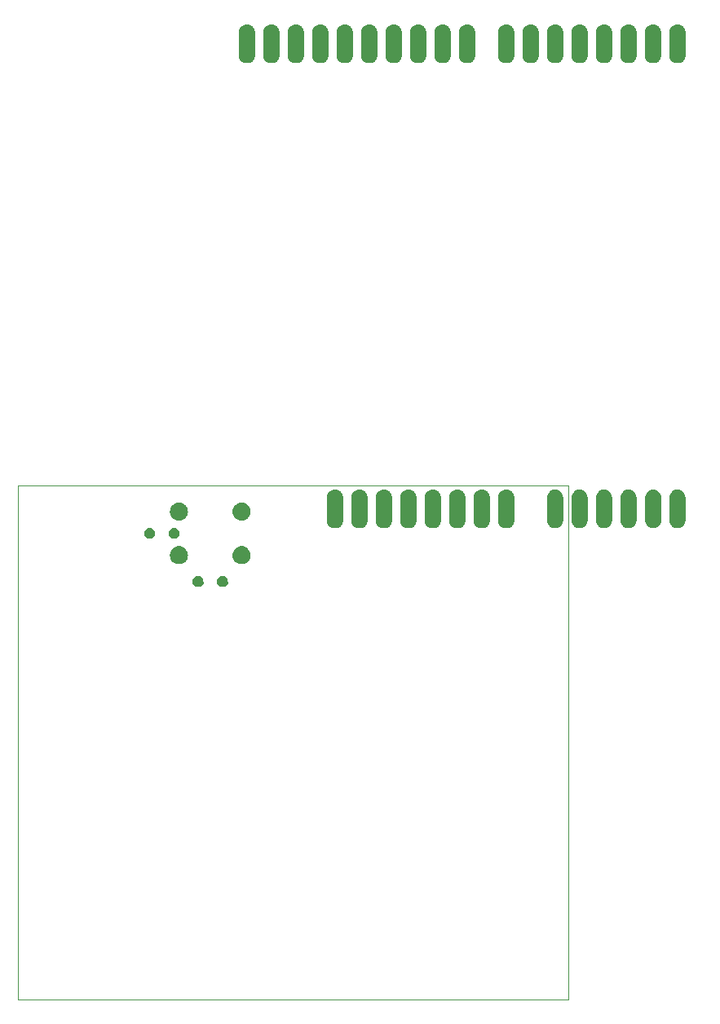
<source format=gbs>
G75*
G71*
%OFA0B0*%
%FSLAX23Y23*%
%IPPOS*%
%LPD*%
%ADD10C,0.1*%
%LPD*%D10*
X0Y0D02*
X0Y100D01*
X0Y200D01*
X0Y300D01*
X0Y400D01*
X0Y499D01*
X0Y599D01*
X0Y699D01*
X0Y799D01*
X0Y899D01*
X0Y999D01*
X0Y1099D01*
X0Y1199D01*
X0Y1299D01*
X0Y1398D01*
X0Y1498D01*
X0Y1598D01*
X0Y1698D01*
X0Y1798D01*
X0Y1898D01*
X0Y1998D01*
X0Y2098D01*
X0Y2198D01*
X0Y2297D01*
X0Y2397D01*
X0Y2497D01*
X0Y2597D01*
X0Y2697D01*
X0Y2797D01*
X0Y2897D01*
X0Y2997D01*
X0Y3097D01*
X0Y3196D01*
X0Y3296D01*
X0Y3396D01*
X0Y3496D01*
X0Y3596D01*
X0Y3696D01*
X0Y3796D01*
X0Y3896D01*
X0Y3995D01*
X0Y4095D01*
X0Y4195D01*
X0Y4295D01*
X0Y4395D01*
X0Y4495D01*
X0Y4595D01*
X0Y4695D01*
X0Y4795D01*
X0Y4894D01*
X0Y4994D01*
X0Y5094D01*
X0Y5194D01*
X0Y5294D01*
X0Y5394D01*
X0Y5494D01*
X0Y5594D01*
X0Y5694D01*
X0Y5793D01*
X0Y5893D01*
X0Y5993D01*
X0Y6093D01*
X0Y6193D01*
X0Y6293D01*
X0Y6393D01*
X0Y6493D01*
X0Y6593D01*
X0Y6692D01*
X0Y6792D01*
X0Y6892D01*
X0Y6992D01*
X0Y7092D01*
X0Y7192D01*
X0Y7292D01*
X0Y7392D01*
X0Y7492D01*
X0Y7591D01*
X0Y7691D01*
X0Y7791D01*
X0Y7891D01*
X0Y7991D01*
X0Y8091D01*
X0Y8191D01*
X0Y8291D01*
X0Y8391D01*
X0Y8490D01*
X0Y8590D01*
X0Y8690D01*
X0Y8790D01*
X0Y8890D01*
X0Y8990D01*
X0Y9090D01*
X0Y9190D01*
X0Y9290D01*
X0Y9389D01*
X0Y9489D01*
X0Y9589D01*
X0Y9689D01*
X0Y9789D01*
X0Y9889D01*
X0Y9989D01*
X0Y10089D01*
X0Y10188D01*
X0Y10288D01*
X0Y10388D01*
X0Y10488D01*
X0Y10588D01*
X0Y10688D01*
X0Y10788D01*
X0Y10888D01*
X0Y10988D01*
X0Y11087D01*
X0Y11187D01*
X0Y11287D01*
X0Y11387D01*
X0Y11487D01*
X0Y11587D01*
X0Y11687D01*
X0Y11787D01*
X0Y11887D01*
X0Y11986D01*
X0Y12086D01*
X0Y12186D01*
X0Y12286D01*
X0Y12386D01*
X0Y12486D01*
X0Y12586D01*
X0Y12686D01*
X0Y12786D01*
X0Y12885D01*
X0Y12985D01*
X0Y13085D01*
X0Y13185D01*
X0Y13285D01*
X0Y13385D01*
X0Y13485D01*
X0Y13585D01*
X0Y13685D01*
X0Y13784D01*
X0Y13884D01*
X0Y13984D01*
X0Y14084D01*
X0Y14184D01*
X0Y14284D01*
X0Y14384D01*
X0Y14484D01*
X0Y14584D01*
X0Y14683D01*
X0Y14783D01*
X0Y14883D01*
X0Y14983D01*
X0Y15083D01*
X0Y15183D01*
X0Y15283D01*
X0Y15383D01*
X0Y15483D01*
X0Y15582D01*
X0Y15682D01*
X0Y15782D01*
X0Y15882D01*
X0Y15982D01*
X0Y16082D01*
X0Y16182D01*
X0Y16282D01*
X0Y16381D01*
X0Y16481D01*
X0Y16581D01*
X0Y16681D01*
X0Y16781D01*
X0Y16881D01*
X0Y16981D01*
X0Y17081D01*
X0Y17181D01*
X0Y17280D01*
X0Y17380D01*
X0Y17480D01*
X0Y17580D01*
X0Y17680D01*
X0Y17780D01*
X0Y17880D01*
X0Y17980D01*
X0Y18080D01*
X0Y18179D01*
X0Y18279D01*
X0Y18379D01*
X0Y18479D01*
X0Y18579D01*
X0Y18679D01*
X0Y18779D01*
X0Y18879D01*
X0Y18979D01*
X0Y19078D01*
X0Y19178D01*
X0Y19278D01*
X0Y19378D01*
X0Y19478D01*
X0Y19578D01*
X0Y19678D01*
X0Y19778D01*
X0Y19878D01*
X0Y19977D01*
X0Y20077D01*
X0Y20177D01*
X0Y20277D01*
X0Y20377D01*
X0Y20477D01*
X0Y20577D01*
X0Y20677D01*
X0Y20777D01*
X0Y20876D01*
X0Y20976D01*
X0Y21076D01*
X0Y21176D01*
X0Y21276D01*
X0Y21376D01*
X0Y21476D01*
X0Y21576D01*
X0Y21676D01*
X0Y21775D01*
X0Y21875D01*
X0Y21975D01*
X0Y22075D01*
X0Y22175D01*
X0Y22275D01*
X0Y22375D01*
X0Y22475D01*
X0Y22575D01*
X0Y22674D01*
X0Y22774D01*
X0Y22874D01*
X0Y22974D01*
X0Y23074D01*
X0Y23174D01*
X0Y23274D01*
X0Y23374D01*
X0Y23473D01*
X0Y23573D01*
X0Y23673D01*
X0Y23773D01*
X0Y23873D01*
X0Y23973D01*
X0Y24073D01*
X0Y24173D01*
X0Y24273D01*
X0Y24372D01*
X0Y24472D01*
X0Y24572D01*
X0Y24672D01*
X0Y24772D01*
X0Y24872D01*
X0Y24972D01*
X0Y25072D01*
X0Y25172D01*
X0Y25271D01*
X0Y25371D01*
X0Y25471D01*
X0Y25571D01*
X0Y25671D01*
X0Y25771D01*
X0Y25871D01*
X0Y25971D01*
X0Y26071D01*
X0Y26170D01*
X0Y26270D01*
X0Y26370D01*
X0Y26470D01*
X0Y26570D01*
X0Y26670D01*
X0Y26770D01*
X0Y26870D01*
X0Y26970D01*
X0Y27069D01*
X0Y27169D01*
X0Y27269D01*
X0Y27369D01*
X0Y27469D01*
X0Y27569D01*
X0Y27669D01*
X0Y27769D01*
X0Y27869D01*
X0Y27968D01*
X0Y28068D01*
X0Y28168D01*
X0Y28268D01*
X0Y28368D01*
X0Y28468D01*
X0Y28568D01*
X0Y28668D01*
X0Y28768D01*
X0Y28867D01*
X0Y28967D01*
X0Y29067D01*
X0Y29167D01*
X0Y29267D01*
X0Y29367D01*
X0Y29467D01*
X0Y29567D01*
X0Y29667D01*
X0Y29766D01*
X0Y29866D01*
X0Y29966D01*
X0Y30066D01*
X0Y30166D01*
X0Y30266D01*
X0Y30366D01*
X0Y30466D01*
X0Y30565D01*
X0Y30665D01*
X0Y30765D01*
X0Y30865D01*
X0Y30965D01*
X0Y31065D01*
X0Y31165D01*
X0Y31265D01*
X0Y31365D01*
X0Y31464D01*
X0Y31564D01*
X0Y31664D01*
X0Y31764D01*
X0Y31864D01*
X0Y31964D01*
X0Y32064D01*
X0Y32164D01*
X0Y32264D01*
X0Y32363D01*
X0Y32463D01*
X0Y32563D01*
X0Y32663D01*
X0Y32763D01*
X0Y32863D01*
X0Y32963D01*
X0Y33063D01*
X0Y33163D01*
X0Y33262D01*
X0Y33362D01*
X0Y33462D01*
X0Y33562D01*
X0Y33662D01*
X0Y33762D01*
X0Y33862D01*
X0Y33962D01*
X0Y34062D01*
X0Y34161D01*
X0Y34261D01*
X0Y34361D01*
X0Y34461D01*
X0Y34561D01*
X0Y34661D01*
X0Y34761D01*
X0Y34861D01*
X0Y34961D01*
X0Y35060D01*
X0Y35160D01*
X0Y35260D01*
X0Y35360D01*
X0Y35460D01*
X0Y35560D01*
X0Y35660D01*
X0Y35760D01*
X0Y35860D01*
X0Y35959D01*
X0Y36059D01*
X0Y36159D01*
X0Y36259D01*
X0Y36359D01*
X0Y36459D01*
X0Y36559D01*
X0Y36659D01*
X0Y36759D01*
X0Y36858D01*
X0Y36958D01*
X0Y37058D01*
X0Y37158D01*
X0Y37258D01*
X0Y37358D01*
X0Y37458D01*
X0Y37558D01*
X0Y37658D01*
X0Y37757D01*
X0Y37857D01*
X0Y37957D01*
X0Y38057D01*
X0Y38157D01*
X0Y38257D01*
X0Y38357D01*
X0Y38457D01*
X0Y38556D01*
X0Y38656D01*
X0Y38756D01*
X0Y38856D01*
X0Y38956D01*
X0Y39056D01*
X0Y39156D01*
X0Y39256D01*
X0Y39356D01*
X0Y39455D01*
X0Y39555D01*
X0Y39655D01*
X0Y39755D01*
X0Y39855D01*
X0Y39955D01*
X0Y40055D01*
X0Y40155D01*
X0Y40255D01*
X0Y40354D01*
X0Y40454D01*
X0Y40554D01*
X0Y40654D01*
X0Y40754D01*
X0Y40854D01*
X0Y40954D01*
X0Y41054D01*
X0Y41154D01*
X0Y41253D01*
X0Y41353D01*
X0Y41453D01*
X0Y41553D01*
X0Y41653D01*
X0Y41753D01*
X0Y41853D01*
X0Y41953D01*
X0Y42053D01*
X0Y42152D01*
X0Y42252D01*
X0Y42352D01*
X0Y42452D01*
X0Y42552D01*
X0Y42652D01*
X0Y42752D01*
X0Y42852D01*
X0Y42952D01*
X0Y43051D01*
X0Y43151D01*
X0Y43251D01*
X0Y43351D01*
X0Y43451D01*
X0Y43551D01*
X0Y43651D01*
X0Y43751D01*
X0Y43851D01*
X0Y43950D01*
X0Y44050D01*
X0Y44150D01*
X0Y44250D01*
X0Y44350D01*
X0Y44450D01*
X0Y44550D01*
X0Y44650D01*
X0Y44750D01*
X0Y44849D01*
X0Y44949D01*
X0Y45049D01*
X0Y45149D01*
X0Y45249D01*
X0Y45349D01*
X0Y45449D01*
X0Y45549D01*
X0Y45649D01*
X0Y45748D01*
X0Y45848D01*
X0Y45948D01*
X0Y46048D01*
X0Y46148D01*
X0Y46248D01*
X0Y46348D01*
X0Y46448D01*
X0Y46548D01*
X0Y46647D01*
X0Y46747D01*
X0Y46847D01*
X0Y46947D01*
X0Y47047D01*
X0Y47147D01*
X0Y47247D01*
X0Y47347D01*
X0Y47447D01*
X0Y47546D01*
X0Y47646D01*
X0Y47746D01*
X0Y47846D01*
X0Y47946D01*
X0Y48046D01*
X0Y48146D01*
X0Y48246D01*
X0Y48346D01*
X0Y48445D01*
X0Y48545D01*
X0Y48645D01*
X0Y48745D01*
X0Y48845D01*
X0Y48945D01*
X0Y49045D01*
X0Y49145D01*
X0Y49244D01*
X0Y49344D01*
X0Y49444D01*
X0Y49544D01*
X0Y49644D01*
X0Y49744D01*
X0Y49844D01*
X0Y49944D01*
X0Y50044D01*
X0Y50143D01*
X0Y50243D01*
X0Y50343D01*
X0Y50443D01*
X0Y50543D01*
X0Y50643D01*
X0Y50743D01*
X0Y50843D01*
X0Y50943D01*
X0Y51043D01*
X0Y51142D01*
X0Y51242D01*
X0Y51342D01*
X0Y51442D01*
X0Y51542D01*
X0Y51642D01*
X0Y51742D01*
X0Y51842D01*
X0Y51942D01*
X0Y52041D01*
X0Y52141D01*
X0Y52241D01*
X0Y52341D01*
X0Y52441D01*
X0Y52541D01*
X0Y52641D01*
X0Y52741D01*
X0Y52841D01*
X0Y52940D01*
X0Y53040D01*
X0Y53140D01*
X0Y53240D01*
X0Y53340D01*
X100Y53340D01*
X200Y53340D01*
X300Y53340D01*
X400Y53340D01*
X500Y53340D01*
X599Y53340D01*
X699Y53340D01*
X799Y53340D01*
X899Y53340D01*
X999Y53340D01*
X1099Y53340D01*
X1199Y53340D01*
X1299Y53340D01*
X1399Y53340D01*
X1499Y53340D01*
X1599Y53340D01*
X1699Y53340D01*
X1798Y53340D01*
X1898Y53340D01*
X1998Y53340D01*
X2098Y53340D01*
X2198Y53340D01*
X2298Y53340D01*
X2398Y53340D01*
X2498Y53340D01*
X2598Y53340D01*
X2698Y53340D01*
X2798Y53340D01*
X2897Y53340D01*
X2997Y53340D01*
X3097Y53340D01*
X3197Y53340D01*
X3297Y53340D01*
X3397Y53340D01*
X3497Y53340D01*
X3597Y53340D01*
X3697Y53340D01*
X3797Y53340D01*
X3897Y53340D01*
X3996Y53340D01*
X4096Y53340D01*
X4196Y53340D01*
X4296Y53340D01*
X4396Y53340D01*
X4496Y53340D01*
X4596Y53340D01*
X4696Y53340D01*
X4796Y53340D01*
X4896Y53340D01*
X4996Y53340D01*
X5096Y53340D01*
X5195Y53340D01*
X5295Y53340D01*
X5395Y53340D01*
X5495Y53340D01*
X5595Y53340D01*
X5695Y53340D01*
X5795Y53340D01*
X5895Y53340D01*
X5995Y53340D01*
X6095Y53340D01*
X6195Y53340D01*
X6294Y53340D01*
X6394Y53340D01*
X6494Y53340D01*
X6594Y53340D01*
X6694Y53340D01*
X6794Y53340D01*
X6894Y53340D01*
X6994Y53340D01*
X7094Y53340D01*
X7194Y53340D01*
X7294Y53340D01*
X7393Y53340D01*
X7493Y53340D01*
X7593Y53340D01*
X7693Y53340D01*
X7793Y53340D01*
X7893Y53340D01*
X7993Y53340D01*
X8093Y53340D01*
X8193Y53340D01*
X8293Y53340D01*
X8393Y53340D01*
X8493Y53340D01*
X8592Y53340D01*
X8692Y53340D01*
X8792Y53340D01*
X8892Y53340D01*
X8992Y53340D01*
X9092Y53340D01*
X9192Y53340D01*
X9292Y53340D01*
X9392Y53340D01*
X9492Y53340D01*
X9592Y53340D01*
X9691Y53340D01*
X9791Y53340D01*
X9891Y53340D01*
X9991Y53340D01*
X10091Y53340D01*
X10191Y53340D01*
X10291Y53340D01*
X10391Y53340D01*
X10491Y53340D01*
X10591Y53340D01*
X10691Y53340D01*
X10791Y53340D01*
X10890Y53340D01*
X10990Y53340D01*
X11090Y53340D01*
X11190Y53340D01*
X11290Y53340D01*
X11390Y53340D01*
X11490Y53340D01*
X11590Y53340D01*
X11690Y53340D01*
X11790Y53340D01*
X11890Y53340D01*
X11989Y53340D01*
X12089Y53340D01*
X12189Y53340D01*
X12289Y53340D01*
X12389Y53340D01*
X12489Y53340D01*
X12589Y53340D01*
X12689Y53340D01*
X12789Y53340D01*
X12889Y53340D01*
X12989Y53340D01*
X13088Y53340D01*
X13188Y53340D01*
X13288Y53340D01*
X13388Y53340D01*
X13488Y53340D01*
X13588Y53340D01*
X13688Y53340D01*
X13788Y53340D01*
X13888Y53340D01*
X13988Y53340D01*
X14088Y53340D01*
X14188Y53340D01*
X14287Y53340D01*
X14387Y53340D01*
X14487Y53340D01*
X14587Y53340D01*
X14687Y53340D01*
X14787Y53340D01*
X14887Y53340D01*
X14987Y53340D01*
X15087Y53340D01*
X15187Y53340D01*
X15287Y53340D01*
X15386Y53340D01*
X15486Y53340D01*
X15586Y53340D01*
X15686Y53340D01*
X15786Y53340D01*
X15886Y53340D01*
X15986Y53340D01*
X16086Y53340D01*
X16186Y53340D01*
X16286Y53340D01*
X16386Y53340D01*
X16485Y53340D01*
X16585Y53340D01*
X16685Y53340D01*
X16785Y53340D01*
X16885Y53340D01*
X16985Y53340D01*
X17085Y53340D01*
X17185Y53340D01*
X17285Y53340D01*
X17385Y53340D01*
X17485Y53340D01*
X17585Y53340D01*
X17684Y53340D01*
X17784Y53340D01*
X17884Y53340D01*
X17984Y53340D01*
X18084Y53340D01*
X18184Y53340D01*
X18284Y53340D01*
X18384Y53340D01*
X18484Y53340D01*
X18584Y53340D01*
X18684Y53340D01*
X18783Y53340D01*
X18883Y53340D01*
X18983Y53340D01*
X19083Y53340D01*
X19183Y53340D01*
X19283Y53340D01*
X19383Y53340D01*
X19483Y53340D01*
X19583Y53340D01*
X19683Y53340D01*
X19783Y53340D01*
X19883Y53340D01*
X19982Y53340D01*
X20082Y53340D01*
X20182Y53340D01*
X20282Y53340D01*
X20382Y53340D01*
X20482Y53340D01*
X20582Y53340D01*
X20682Y53340D01*
X20782Y53340D01*
X20882Y53340D01*
X20982Y53340D01*
X21081Y53340D01*
X21181Y53340D01*
X21281Y53340D01*
X21381Y53340D01*
X21481Y53340D01*
X21581Y53340D01*
X21681Y53340D01*
X21781Y53340D01*
X21881Y53340D01*
X21981Y53340D01*
X22081Y53340D01*
X22180Y53340D01*
X22280Y53340D01*
X22380Y53340D01*
X22480Y53340D01*
X22580Y53340D01*
X22680Y53340D01*
X22780Y53340D01*
X22880Y53340D01*
X22980Y53340D01*
X23080Y53340D01*
X23180Y53340D01*
X23280Y53340D01*
X23379Y53340D01*
X23479Y53340D01*
X23579Y53340D01*
X23679Y53340D01*
X23779Y53340D01*
X23879Y53340D01*
X23979Y53340D01*
X24079Y53340D01*
X24179Y53340D01*
X24279Y53340D01*
X24379Y53340D01*
X24478Y53340D01*
X24578Y53340D01*
X24678Y53340D01*
X24778Y53340D01*
X24878Y53340D01*
X24978Y53340D01*
X25078Y53340D01*
X25178Y53340D01*
X25278Y53340D01*
X25378Y53340D01*
X25478Y53340D01*
X25578Y53340D01*
X25677Y53340D01*
X25777Y53340D01*
X25877Y53340D01*
X25977Y53340D01*
X26077Y53340D01*
X26177Y53340D01*
X26277Y53340D01*
X26377Y53340D01*
X26477Y53340D01*
X26577Y53340D01*
X26677Y53340D01*
X26776Y53340D01*
X26876Y53340D01*
X26976Y53340D01*
X27076Y53340D01*
X27176Y53340D01*
X27276Y53340D01*
X27376Y53340D01*
X27476Y53340D01*
X27576Y53340D01*
X27676Y53340D01*
X27776Y53340D01*
X27875Y53340D01*
X27975Y53340D01*
X28075Y53340D01*
X28175Y53340D01*
X28275Y53340D01*
X28375Y53340D01*
X28475Y53340D01*
X28575Y53340D01*
X28675Y53340D01*
X28775Y53340D01*
X28875Y53340D01*
X28975Y53340D01*
X29074Y53340D01*
X29174Y53340D01*
X29274Y53340D01*
X29374Y53340D01*
X29474Y53340D01*
X29574Y53340D01*
X29674Y53340D01*
X29774Y53340D01*
X29874Y53340D01*
X29974Y53340D01*
X30074Y53340D01*
X30173Y53340D01*
X30273Y53340D01*
X30373Y53340D01*
X30473Y53340D01*
X30573Y53340D01*
X30673Y53340D01*
X30773Y53340D01*
X30873Y53340D01*
X30973Y53340D01*
X31073Y53340D01*
X31173Y53340D01*
X31273Y53340D01*
X31372Y53340D01*
X31472Y53340D01*
X31572Y53340D01*
X31672Y53340D01*
X31772Y53340D01*
X31872Y53340D01*
X31972Y53340D01*
X32072Y53340D01*
X32172Y53340D01*
X32272Y53340D01*
X32372Y53340D01*
X32471Y53340D01*
X32571Y53340D01*
X32671Y53340D01*
X32771Y53340D01*
X32871Y53340D01*
X32971Y53340D01*
X33071Y53340D01*
X33171Y53340D01*
X33271Y53340D01*
X33371Y53340D01*
X33471Y53340D01*
X33571Y53340D01*
X33670Y53340D01*
X33770Y53340D01*
X33870Y53340D01*
X33970Y53340D01*
X34070Y53340D01*
X34170Y53340D01*
X34270Y53340D01*
X34370Y53340D01*
X34470Y53340D01*
X34570Y53340D01*
X34670Y53340D01*
X34769Y53340D01*
X34869Y53340D01*
X34969Y53340D01*
X35069Y53340D01*
X35169Y53340D01*
X35269Y53340D01*
X35369Y53340D01*
X35469Y53340D01*
X35569Y53340D01*
X35669Y53340D01*
X35769Y53340D01*
X35868Y53340D01*
X35968Y53340D01*
X36068Y53340D01*
X36168Y53340D01*
X36268Y53340D01*
X36368Y53340D01*
X36468Y53340D01*
X36568Y53340D01*
X36668Y53340D01*
X36768Y53340D01*
X36868Y53340D01*
X36968Y53340D01*
X37067Y53340D01*
X37167Y53340D01*
X37267Y53340D01*
X37367Y53340D01*
X37467Y53340D01*
X37567Y53340D01*
X37667Y53340D01*
X37767Y53340D01*
X37867Y53340D01*
X37967Y53340D01*
X38067Y53340D01*
X38166Y53340D01*
X38266Y53340D01*
X38366Y53340D01*
X38466Y53340D01*
X38566Y53340D01*
X38666Y53340D01*
X38766Y53340D01*
X38866Y53340D01*
X38966Y53340D01*
X39066Y53340D01*
X39166Y53340D01*
X39265Y53340D01*
X39365Y53340D01*
X39465Y53340D01*
X39565Y53340D01*
X39665Y53340D01*
X39765Y53340D01*
X39865Y53340D01*
X39965Y53340D01*
X40065Y53340D01*
X40165Y53340D01*
X40265Y53340D01*
X40365Y53340D01*
X40464Y53340D01*
X40564Y53340D01*
X40664Y53340D01*
X40764Y53340D01*
X40864Y53340D01*
X40964Y53340D01*
X41064Y53340D01*
X41164Y53340D01*
X41264Y53340D01*
X41364Y53340D01*
X41464Y53340D01*
X41563Y53340D01*
X41663Y53340D01*
X41763Y53340D01*
X41863Y53340D01*
X41963Y53340D01*
X42063Y53340D01*
X42163Y53340D01*
X42263Y53340D01*
X42363Y53340D01*
X42463Y53340D01*
X42563Y53340D01*
X42663Y53340D01*
X42762Y53340D01*
X42862Y53340D01*
X42962Y53340D01*
X43062Y53340D01*
X43162Y53340D01*
X43262Y53340D01*
X43362Y53340D01*
X43462Y53340D01*
X43562Y53340D01*
X43662Y53340D01*
X43762Y53340D01*
X43861Y53340D01*
X43961Y53340D01*
X44061Y53340D01*
X44161Y53340D01*
X44261Y53340D01*
X44361Y53340D01*
X44461Y53340D01*
X44561Y53340D01*
X44661Y53340D01*
X44761Y53340D01*
X44861Y53340D01*
X44961Y53340D01*
X45060Y53340D01*
X45160Y53340D01*
X45260Y53340D01*
X45360Y53340D01*
X45460Y53340D01*
X45560Y53340D01*
X45660Y53340D01*
X45760Y53340D01*
X45860Y53340D01*
X45960Y53340D01*
X46060Y53340D01*
X46159Y53340D01*
X46259Y53340D01*
X46359Y53340D01*
X46459Y53340D01*
X46559Y53340D01*
X46659Y53340D01*
X46759Y53340D01*
X46859Y53340D01*
X46959Y53340D01*
X47059Y53340D01*
X47159Y53340D01*
X47259Y53340D01*
X47358Y53340D01*
X47458Y53340D01*
X47558Y53340D01*
X47658Y53340D01*
X47758Y53340D01*
X47858Y53340D01*
X47958Y53340D01*
X48058Y53340D01*
X48158Y53340D01*
X48258Y53340D01*
X48358Y53340D01*
X48457Y53340D01*
X48557Y53340D01*
X48657Y53340D01*
X48757Y53340D01*
X48857Y53340D01*
X48957Y53340D01*
X49057Y53340D01*
X49157Y53340D01*
X49257Y53340D01*
X49357Y53340D01*
X49457Y53340D01*
X49557Y53340D01*
X49656Y53340D01*
X49756Y53340D01*
X49856Y53340D01*
X49956Y53340D01*
X50056Y53340D01*
X50156Y53340D01*
X50256Y53340D01*
X50356Y53340D01*
X50456Y53340D01*
X50556Y53340D01*
X50656Y53340D01*
X50755Y53340D01*
X50855Y53340D01*
X50955Y53340D01*
X51055Y53340D01*
X51155Y53340D01*
X51255Y53340D01*
X51355Y53340D01*
X51455Y53340D01*
X51555Y53340D01*
X51655Y53340D01*
X51755Y53340D01*
X51855Y53340D01*
X51954Y53340D01*
X52054Y53340D01*
X52154Y53340D01*
X52254Y53340D01*
X52354Y53340D01*
X52454Y53340D01*
X52554Y53340D01*
X52654Y53340D01*
X52754Y53340D01*
X52854Y53340D01*
X52954Y53340D01*
X53053Y53340D01*
X53153Y53340D01*
X53253Y53340D01*
X53353Y53340D01*
X53453Y53340D01*
X53553Y53340D01*
X53653Y53340D01*
X53753Y53340D01*
X53853Y53340D01*
X53953Y53340D01*
X54053Y53340D01*
X54153Y53340D01*
X54252Y53340D01*
X54352Y53340D01*
X54452Y53340D01*
X54552Y53340D01*
X54652Y53340D01*
X54752Y53340D01*
X54852Y53340D01*
X54952Y53340D01*
X55052Y53340D01*
X55152Y53340D01*
X55252Y53340D01*
X55351Y53340D01*
X55451Y53340D01*
X55551Y53340D01*
X55651Y53340D01*
X55751Y53340D01*
X55851Y53340D01*
X55951Y53340D01*
X56051Y53340D01*
X56151Y53340D01*
X56251Y53340D01*
X56351Y53340D01*
X56451Y53340D01*
X56550Y53340D01*
X56650Y53340D01*
X56750Y53340D01*
X56850Y53340D01*
X56950Y53340D01*
X57050Y53340D01*
X57150Y53340D01*
X57150Y53240D01*
X57150Y53140D01*
X57150Y53040D01*
X57150Y52940D01*
X57150Y52841D01*
X57150Y52741D01*
X57150Y52641D01*
X57150Y52541D01*
X57150Y52441D01*
X57150Y52341D01*
X57150Y52241D01*
X57150Y52141D01*
X57150Y52041D01*
X57150Y51942D01*
X57150Y51842D01*
X57150Y51742D01*
X57150Y51642D01*
X57150Y51542D01*
X57150Y51442D01*
X57150Y51342D01*
X57150Y51242D01*
X57150Y51142D01*
X57150Y51043D01*
X57150Y50943D01*
X57150Y50843D01*
X57150Y50743D01*
X57150Y50643D01*
X57150Y50543D01*
X57150Y50443D01*
X57150Y50343D01*
X57150Y50243D01*
X57150Y50144D01*
X57150Y50044D01*
X57150Y49944D01*
X57150Y49844D01*
X57150Y49744D01*
X57150Y49644D01*
X57150Y49544D01*
X57150Y49444D01*
X57150Y49345D01*
X57150Y49245D01*
X57150Y49145D01*
X57150Y49045D01*
X57150Y48945D01*
X57150Y48845D01*
X57150Y48745D01*
X57150Y48645D01*
X57150Y48545D01*
X57150Y48446D01*
X57150Y48346D01*
X57150Y48246D01*
X57150Y48146D01*
X57150Y48046D01*
X57150Y47946D01*
X57150Y47846D01*
X57150Y47746D01*
X57150Y47646D01*
X57150Y47547D01*
X57150Y47447D01*
X57150Y47347D01*
X57150Y47247D01*
X57150Y47147D01*
X57150Y47047D01*
X57150Y46947D01*
X57150Y46847D01*
X57150Y46747D01*
X57150Y46648D01*
X57150Y46548D01*
X57150Y46448D01*
X57150Y46348D01*
X57150Y46248D01*
X57150Y46148D01*
X57150Y46048D01*
X57150Y45948D01*
X57150Y45848D01*
X57150Y45749D01*
X57150Y45649D01*
X57150Y45549D01*
X57150Y45449D01*
X57150Y45349D01*
X57150Y45249D01*
X57150Y45149D01*
X57150Y45049D01*
X57150Y44949D01*
X57150Y44850D01*
X57150Y44750D01*
X57150Y44650D01*
X57150Y44550D01*
X57150Y44450D01*
X57150Y44350D01*
X57150Y44250D01*
X57150Y44150D01*
X57150Y44050D01*
X57150Y43951D01*
X57150Y43851D01*
X57150Y43751D01*
X57150Y43651D01*
X57150Y43551D01*
X57150Y43451D01*
X57150Y43351D01*
X57150Y43251D01*
X57150Y43152D01*
X57150Y43052D01*
X57150Y42952D01*
X57150Y42852D01*
X57150Y42752D01*
X57150Y42652D01*
X57150Y42552D01*
X57150Y42452D01*
X57150Y42352D01*
X57150Y42253D01*
X57150Y42153D01*
X57150Y42053D01*
X57150Y41953D01*
X57150Y41853D01*
X57150Y41753D01*
X57150Y41653D01*
X57150Y41553D01*
X57150Y41453D01*
X57150Y41354D01*
X57150Y41254D01*
X57150Y41154D01*
X57150Y41054D01*
X57150Y40954D01*
X57150Y40854D01*
X57150Y40754D01*
X57150Y40654D01*
X57150Y40554D01*
X57150Y40455D01*
X57150Y40355D01*
X57150Y40255D01*
X57150Y40155D01*
X57150Y40055D01*
X57150Y39955D01*
X57150Y39855D01*
X57150Y39755D01*
X57150Y39655D01*
X57150Y39556D01*
X57150Y39456D01*
X57150Y39356D01*
X57150Y39256D01*
X57150Y39156D01*
X57150Y39056D01*
X57150Y38956D01*
X57150Y38856D01*
X57150Y38756D01*
X57150Y38657D01*
X57150Y38557D01*
X57150Y38457D01*
X57150Y38357D01*
X57150Y38257D01*
X57150Y38157D01*
X57150Y38057D01*
X57150Y37957D01*
X57150Y37857D01*
X57150Y37758D01*
X57150Y37658D01*
X57150Y37558D01*
X57150Y37458D01*
X57150Y37358D01*
X57150Y37258D01*
X57150Y37158D01*
X57150Y37058D01*
X57150Y36959D01*
X57150Y36859D01*
X57150Y36759D01*
X57150Y36659D01*
X57150Y36559D01*
X57150Y36459D01*
X57150Y36359D01*
X57150Y36259D01*
X57150Y36159D01*
X57150Y36060D01*
X57150Y35960D01*
X57150Y35860D01*
X57150Y35760D01*
X57150Y35660D01*
X57150Y35560D01*
X57150Y35460D01*
X57150Y35360D01*
X57150Y35260D01*
X57150Y35161D01*
X57150Y35061D01*
X57150Y34961D01*
X57150Y34861D01*
X57150Y34761D01*
X57150Y34661D01*
X57150Y34561D01*
X57150Y34461D01*
X57150Y34361D01*
X57150Y34262D01*
X57150Y34162D01*
X57150Y34062D01*
X57150Y33962D01*
X57150Y33862D01*
X57150Y33762D01*
X57150Y33662D01*
X57150Y33562D01*
X57150Y33462D01*
X57150Y33363D01*
X57150Y33263D01*
X57150Y33163D01*
X57150Y33063D01*
X57150Y32963D01*
X57150Y32863D01*
X57150Y32763D01*
X57150Y32663D01*
X57150Y32563D01*
X57150Y32464D01*
X57150Y32364D01*
X57150Y32264D01*
X57150Y32164D01*
X57150Y32064D01*
X57150Y31964D01*
X57150Y31864D01*
X57150Y31764D01*
X57150Y31664D01*
X57150Y31565D01*
X57150Y31465D01*
X57150Y31365D01*
X57150Y31265D01*
X57150Y31165D01*
X57150Y31065D01*
X57150Y30965D01*
X57150Y30865D01*
X57150Y30765D01*
X57150Y30666D01*
X57150Y30566D01*
X57150Y30466D01*
X57150Y30366D01*
X57150Y30266D01*
X57150Y30166D01*
X57150Y30066D01*
X57150Y29966D01*
X57150Y29867D01*
X57150Y29767D01*
X57150Y29667D01*
X57150Y29567D01*
X57150Y29467D01*
X57150Y29367D01*
X57150Y29267D01*
X57150Y29167D01*
X57150Y29067D01*
X57150Y28968D01*
X57150Y28868D01*
X57150Y28768D01*
X57150Y28668D01*
X57150Y28568D01*
X57150Y28468D01*
X57150Y28368D01*
X57150Y28268D01*
X57150Y28168D01*
X57150Y28069D01*
X57150Y27969D01*
X57150Y27869D01*
X57150Y27769D01*
X57150Y27669D01*
X57150Y27569D01*
X57150Y27469D01*
X57150Y27369D01*
X57150Y27269D01*
X57150Y27170D01*
X57150Y27070D01*
X57150Y26970D01*
X57150Y26870D01*
X57150Y26770D01*
X57150Y26670D01*
X57150Y26570D01*
X57150Y26470D01*
X57150Y26370D01*
X57150Y26271D01*
X57150Y26171D01*
X57150Y26071D01*
X57150Y25971D01*
X57150Y25871D01*
X57150Y25771D01*
X57150Y25671D01*
X57150Y25571D01*
X57150Y25471D01*
X57150Y25372D01*
X57150Y25272D01*
X57150Y25172D01*
X57150Y25072D01*
X57150Y24972D01*
X57150Y24872D01*
X57150Y24772D01*
X57150Y24672D01*
X57150Y24572D01*
X57150Y24473D01*
X57150Y24373D01*
X57150Y24273D01*
X57150Y24173D01*
X57150Y24073D01*
X57150Y23973D01*
X57150Y23873D01*
X57150Y23773D01*
X57150Y23673D01*
X57150Y23574D01*
X57150Y23474D01*
X57150Y23374D01*
X57150Y23274D01*
X57150Y23174D01*
X57150Y23074D01*
X57150Y22974D01*
X57150Y22874D01*
X57150Y22775D01*
X57150Y22675D01*
X57150Y22575D01*
X57150Y22475D01*
X57150Y22375D01*
X57150Y22275D01*
X57150Y22175D01*
X57150Y22075D01*
X57150Y21975D01*
X57150Y21876D01*
X57150Y21776D01*
X57150Y21676D01*
X57150Y21576D01*
X57150Y21476D01*
X57150Y21376D01*
X57150Y21276D01*
X57150Y21176D01*
X57150Y21076D01*
X57150Y20977D01*
X57150Y20877D01*
X57150Y20777D01*
X57150Y20677D01*
X57150Y20577D01*
X57150Y20477D01*
X57150Y20377D01*
X57150Y20277D01*
X57150Y20177D01*
X57150Y20078D01*
X57150Y19978D01*
X57150Y19878D01*
X57150Y19778D01*
X57150Y19678D01*
X57150Y19578D01*
X57150Y19478D01*
X57150Y19378D01*
X57150Y19278D01*
X57150Y19179D01*
X57150Y19079D01*
X57150Y18979D01*
X57150Y18879D01*
X57150Y18779D01*
X57150Y18679D01*
X57150Y18579D01*
X57150Y18479D01*
X57150Y18379D01*
X57150Y18280D01*
X57150Y18180D01*
X57150Y18080D01*
X57150Y17980D01*
X57150Y17880D01*
X57150Y17780D01*
X57150Y17680D01*
X57150Y17580D01*
X57150Y17480D01*
X57150Y17381D01*
X57150Y17281D01*
X57150Y17181D01*
X57150Y17081D01*
X57150Y16981D01*
X57150Y16881D01*
X57150Y16781D01*
X57150Y16681D01*
X57150Y16581D01*
X57150Y16482D01*
X57150Y16382D01*
X57150Y16282D01*
X57150Y16182D01*
X57150Y16082D01*
X57150Y15982D01*
X57150Y15882D01*
X57150Y15782D01*
X57150Y15682D01*
X57150Y15583D01*
X57150Y15483D01*
X57150Y15383D01*
X57150Y15283D01*
X57150Y15183D01*
X57150Y15083D01*
X57150Y14983D01*
X57150Y14883D01*
X57150Y14784D01*
X57150Y14684D01*
X57150Y14584D01*
X57150Y14484D01*
X57150Y14384D01*
X57150Y14284D01*
X57150Y14184D01*
X57150Y14084D01*
X57150Y13984D01*
X57150Y13885D01*
X57150Y13785D01*
X57150Y13685D01*
X57150Y13585D01*
X57150Y13485D01*
X57150Y13385D01*
X57150Y13285D01*
X57150Y13185D01*
X57150Y13085D01*
X57150Y12986D01*
X57150Y12886D01*
X57150Y12786D01*
X57150Y12686D01*
X57150Y12586D01*
X57150Y12486D01*
X57150Y12386D01*
X57150Y12286D01*
X57150Y12186D01*
X57150Y12087D01*
X57150Y11987D01*
X57150Y11887D01*
X57150Y11787D01*
X57150Y11687D01*
X57150Y11587D01*
X57150Y11487D01*
X57150Y11387D01*
X57150Y11287D01*
X57150Y11188D01*
X57150Y11088D01*
X57150Y10988D01*
X57150Y10888D01*
X57150Y10788D01*
X57150Y10688D01*
X57150Y10588D01*
X57150Y10488D01*
X57150Y10388D01*
X57150Y10289D01*
X57150Y10189D01*
X57150Y10089D01*
X57150Y9989D01*
X57150Y9889D01*
X57150Y9789D01*
X57150Y9689D01*
X57150Y9589D01*
X57150Y9489D01*
X57150Y9390D01*
X57150Y9290D01*
X57150Y9190D01*
X57150Y9090D01*
X57150Y8990D01*
X57150Y8890D01*
X57150Y8790D01*
X57150Y8690D01*
X57150Y8590D01*
X57150Y8491D01*
X57150Y8391D01*
X57150Y8291D01*
X57150Y8191D01*
X57150Y8091D01*
X57150Y7991D01*
X57150Y7891D01*
X57150Y7791D01*
X57150Y7691D01*
X57150Y7592D01*
X57150Y7492D01*
X57150Y7392D01*
X57150Y7292D01*
X57150Y7192D01*
X57150Y7092D01*
X57150Y6992D01*
X57150Y6892D01*
X57150Y6792D01*
X57150Y6693D01*
X57150Y6593D01*
X57150Y6493D01*
X57150Y6393D01*
X57150Y6293D01*
X57150Y6193D01*
X57150Y6093D01*
X57150Y5993D01*
X57150Y5893D01*
X57150Y5794D01*
X57150Y5694D01*
X57150Y5594D01*
X57150Y5494D01*
X57150Y5394D01*
X57150Y5294D01*
X57150Y5194D01*
X57150Y5094D01*
X57150Y4994D01*
X57150Y4895D01*
X57150Y4795D01*
X57150Y4695D01*
X57150Y4595D01*
X57150Y4495D01*
X57150Y4395D01*
X57150Y4295D01*
X57150Y4195D01*
X57150Y4096D01*
X57150Y3996D01*
X57150Y3896D01*
X57150Y3796D01*
X57150Y3696D01*
X57150Y3596D01*
X57150Y3496D01*
X57150Y3396D01*
X57150Y3296D01*
X57150Y3197D01*
X57150Y3097D01*
X57150Y2997D01*
X57150Y2897D01*
X57150Y2797D01*
X57150Y2697D01*
X57150Y2597D01*
X57150Y2497D01*
X57150Y2397D01*
X57150Y2297D01*
X57150Y2198D01*
X57150Y2098D01*
X57150Y1998D01*
X57150Y1898D01*
X57150Y1798D01*
X57150Y1698D01*
X57150Y1598D01*
X57150Y1498D01*
X57150Y1398D01*
X57150Y1299D01*
X57150Y1199D01*
X57150Y1099D01*
X57150Y999D01*
X57150Y899D01*
X57150Y799D01*
X57150Y699D01*
X57150Y599D01*
X57150Y499D01*
X57150Y400D01*
X57150Y300D01*
X57150Y200D01*
X57150Y100D01*
X57150Y0D01*
X57050Y0D01*
X56950Y0D01*
X56850Y0D01*
X56750Y0D01*
X56650Y0D01*
X56551Y0D01*
X56451Y0D01*
X56351Y0D01*
X56251Y0D01*
X56151Y0D01*
X56051Y0D01*
X55951Y0D01*
X55851Y0D01*
X55751Y0D01*
X55651Y0D01*
X55551Y0D01*
X55451Y0D01*
X55352Y0D01*
X55252Y0D01*
X55152Y0D01*
X55052Y0D01*
X54952Y0D01*
X54852Y0D01*
X54752Y0D01*
X54652Y0D01*
X54552Y0D01*
X54452Y0D01*
X54352Y0D01*
X54253Y0D01*
X54153Y0D01*
X54053Y0D01*
X53953Y0D01*
X53853Y0D01*
X53753Y0D01*
X53653Y0D01*
X53553Y0D01*
X53453Y0D01*
X53353Y0D01*
X53253Y0D01*
X53154Y0D01*
X53054Y0D01*
X52954Y0D01*
X52854Y0D01*
X52754Y0D01*
X52654Y0D01*
X52554Y0D01*
X52454Y0D01*
X52354Y0D01*
X52254Y0D01*
X52154Y0D01*
X52054Y0D01*
X51955Y0D01*
X51855Y0D01*
X51755Y0D01*
X51655Y0D01*
X51555Y0D01*
X51455Y0D01*
X51355Y0D01*
X51255Y0D01*
X51155Y0D01*
X51055Y0D01*
X50955Y0D01*
X50856Y0D01*
X50756Y0D01*
X50656Y0D01*
X50556Y0D01*
X50456Y0D01*
X50356Y0D01*
X50256Y0D01*
X50156Y0D01*
X50056Y0D01*
X49956Y0D01*
X49856Y0D01*
X49757Y0D01*
X49657Y0D01*
X49557Y0D01*
X49457Y0D01*
X49357Y0D01*
X49257Y0D01*
X49157Y0D01*
X49057Y0D01*
X48957Y0D01*
X48857Y0D01*
X48757Y0D01*
X48657Y0D01*
X48558Y0D01*
X48458Y0D01*
X48358Y0D01*
X48258Y0D01*
X48158Y0D01*
X48058Y0D01*
X47958Y0D01*
X47858Y0D01*
X47758Y0D01*
X47658Y0D01*
X47558Y0D01*
X47459Y0D01*
X47359Y0D01*
X47259Y0D01*
X47159Y0D01*
X47059Y0D01*
X46959Y0D01*
X46859Y0D01*
X46759Y0D01*
X46659Y0D01*
X46559Y0D01*
X46459Y0D01*
X46359Y0D01*
X46260Y0D01*
X46160Y0D01*
X46060Y0D01*
X45960Y0D01*
X45860Y0D01*
X45760Y0D01*
X45660Y0D01*
X45560Y0D01*
X45460Y0D01*
X45360Y0D01*
X45260Y0D01*
X45161Y0D01*
X45061Y0D01*
X44961Y0D01*
X44861Y0D01*
X44761Y0D01*
X44661Y0D01*
X44561Y0D01*
X44461Y0D01*
X44361Y0D01*
X44261Y0D01*
X44161Y0D01*
X44062Y0D01*
X43962Y0D01*
X43862Y0D01*
X43762Y0D01*
X43662Y0D01*
X43562Y0D01*
X43462Y0D01*
X43362Y0D01*
X43262Y0D01*
X43162Y0D01*
X43062Y0D01*
X42962Y0D01*
X42863Y0D01*
X42763Y0D01*
X42663Y0D01*
X42563Y0D01*
X42463Y0D01*
X42363Y0D01*
X42263Y0D01*
X42163Y0D01*
X42063Y0D01*
X41963Y0D01*
X41863Y0D01*
X41764Y0D01*
X41664Y0D01*
X41564Y0D01*
X41464Y0D01*
X41364Y0D01*
X41264Y0D01*
X41164Y0D01*
X41064Y0D01*
X40964Y0D01*
X40864Y0D01*
X40764Y0D01*
X40665Y0D01*
X40565Y0D01*
X40465Y0D01*
X40365Y0D01*
X40265Y0D01*
X40165Y0D01*
X40065Y0D01*
X39965Y0D01*
X39865Y0D01*
X39765Y0D01*
X39665Y0D01*
X39565Y0D01*
X39466Y0D01*
X39366Y0D01*
X39266Y0D01*
X39166Y0D01*
X39066Y0D01*
X38966Y0D01*
X38866Y0D01*
X38766Y0D01*
X38666Y0D01*
X38566Y0D01*
X38466Y0D01*
X38367Y0D01*
X38267Y0D01*
X38167Y0D01*
X38067Y0D01*
X37967Y0D01*
X37867Y0D01*
X37767Y0D01*
X37667Y0D01*
X37567Y0D01*
X37467Y0D01*
X37367Y0D01*
X37267Y0D01*
X37168Y0D01*
X37068Y0D01*
X36968Y0D01*
X36868Y0D01*
X36768Y0D01*
X36668Y0D01*
X36568Y0D01*
X36468Y0D01*
X36368Y0D01*
X36268Y0D01*
X36168Y0D01*
X36069Y0D01*
X35969Y0D01*
X35869Y0D01*
X35769Y0D01*
X35669Y0D01*
X35569Y0D01*
X35469Y0D01*
X35369Y0D01*
X35269Y0D01*
X35169Y0D01*
X35069Y0D01*
X34970Y0D01*
X34870Y0D01*
X34770Y0D01*
X34670Y0D01*
X34570Y0D01*
X34470Y0D01*
X34370Y0D01*
X34270Y0D01*
X34170Y0D01*
X34070Y0D01*
X33970Y0D01*
X33870Y0D01*
X33771Y0D01*
X33671Y0D01*
X33571Y0D01*
X33471Y0D01*
X33371Y0D01*
X33271Y0D01*
X33171Y0D01*
X33071Y0D01*
X32971Y0D01*
X32871Y0D01*
X32771Y0D01*
X32672Y0D01*
X32572Y0D01*
X32472Y0D01*
X32372Y0D01*
X32272Y0D01*
X32172Y0D01*
X32072Y0D01*
X31972Y0D01*
X31872Y0D01*
X31772Y0D01*
X31672Y0D01*
X31572Y0D01*
X31473Y0D01*
X31373Y0D01*
X31273Y0D01*
X31173Y0D01*
X31073Y0D01*
X30973Y0D01*
X30873Y0D01*
X30773Y0D01*
X30673Y0D01*
X30573Y0D01*
X30473Y0D01*
X30374Y0D01*
X30274Y0D01*
X30174Y0D01*
X30074Y0D01*
X29974Y0D01*
X29874Y0D01*
X29774Y0D01*
X29674Y0D01*
X29574Y0D01*
X29474Y0D01*
X29374Y0D01*
X29275Y0D01*
X29175Y0D01*
X29075Y0D01*
X28975Y0D01*
X28875Y0D01*
X28775Y0D01*
X28675Y0D01*
X28575Y0D01*
X28475Y0D01*
X28375Y0D01*
X28275Y0D01*
X28175Y0D01*
X28076Y0D01*
X27976Y0D01*
X27876Y0D01*
X27776Y0D01*
X27676Y0D01*
X27576Y0D01*
X27476Y0D01*
X27376Y0D01*
X27276Y0D01*
X27176Y0D01*
X27076Y0D01*
X26977Y0D01*
X26877Y0D01*
X26777Y0D01*
X26677Y0D01*
X26577Y0D01*
X26477Y0D01*
X26377Y0D01*
X26277Y0D01*
X26177Y0D01*
X26077Y0D01*
X25977Y0D01*
X25877Y0D01*
X25778Y0D01*
X25678Y0D01*
X25578Y0D01*
X25478Y0D01*
X25378Y0D01*
X25278Y0D01*
X25178Y0D01*
X25078Y0D01*
X24978Y0D01*
X24878Y0D01*
X24778Y0D01*
X24679Y0D01*
X24579Y0D01*
X24479Y0D01*
X24379Y0D01*
X24279Y0D01*
X24179Y0D01*
X24079Y0D01*
X23979Y0D01*
X23879Y0D01*
X23779Y0D01*
X23679Y0D01*
X23579Y0D01*
X23480Y0D01*
X23380Y0D01*
X23280Y0D01*
X23180Y0D01*
X23080Y0D01*
X22980Y0D01*
X22880Y0D01*
X22780Y0D01*
X22680Y0D01*
X22580Y0D01*
X22480Y0D01*
X22381Y0D01*
X22281Y0D01*
X22181Y0D01*
X22081Y0D01*
X21981Y0D01*
X21881Y0D01*
X21781Y0D01*
X21681Y0D01*
X21581Y0D01*
X21481Y0D01*
X21381Y0D01*
X21282Y0D01*
X21182Y0D01*
X21082Y0D01*
X20982Y0D01*
X20882Y0D01*
X20782Y0D01*
X20682Y0D01*
X20582Y0D01*
X20482Y0D01*
X20382Y0D01*
X20282Y0D01*
X20182Y0D01*
X20083Y0D01*
X19983Y0D01*
X19883Y0D01*
X19783Y0D01*
X19683Y0D01*
X19583Y0D01*
X19483Y0D01*
X19383Y0D01*
X19283Y0D01*
X19183Y0D01*
X19083Y0D01*
X18984Y0D01*
X18884Y0D01*
X18784Y0D01*
X18684Y0D01*
X18584Y0D01*
X18484Y0D01*
X18384Y0D01*
X18284Y0D01*
X18184Y0D01*
X18084Y0D01*
X17984Y0D01*
X17885Y0D01*
X17785Y0D01*
X17685Y0D01*
X17585Y0D01*
X17485Y0D01*
X17385Y0D01*
X17285Y0D01*
X17185Y0D01*
X17085Y0D01*
X16985Y0D01*
X16885Y0D01*
X16785Y0D01*
X16686Y0D01*
X16586Y0D01*
X16486Y0D01*
X16386Y0D01*
X16286Y0D01*
X16186Y0D01*
X16086Y0D01*
X15986Y0D01*
X15886Y0D01*
X15786Y0D01*
X15686Y0D01*
X15587Y0D01*
X15487Y0D01*
X15387Y0D01*
X15287Y0D01*
X15187Y0D01*
X15087Y0D01*
X14987Y0D01*
X14887Y0D01*
X14787Y0D01*
X14687Y0D01*
X14587Y0D01*
X14487Y0D01*
X14388Y0D01*
X14288Y0D01*
X14188Y0D01*
X14088Y0D01*
X13988Y0D01*
X13888Y0D01*
X13788Y0D01*
X13688Y0D01*
X13588Y0D01*
X13488Y0D01*
X13388Y0D01*
X13289Y0D01*
X13189Y0D01*
X13089Y0D01*
X12989Y0D01*
X12889Y0D01*
X12789Y0D01*
X12689Y0D01*
X12589Y0D01*
X12489Y0D01*
X12389Y0D01*
X12289Y0D01*
X12189Y0D01*
X12090Y0D01*
X11990Y0D01*
X11890Y0D01*
X11790Y0D01*
X11690Y0D01*
X11590Y0D01*
X11490Y0D01*
X11390Y0D01*
X11290Y0D01*
X11190Y0D01*
X11090Y0D01*
X10991Y0D01*
X10891Y0D01*
X10791Y0D01*
X10691Y0D01*
X10591Y0D01*
X10491Y0D01*
X10391Y0D01*
X10291Y0D01*
X10191Y0D01*
X10091Y0D01*
X9991Y0D01*
X9891Y0D01*
X9792Y0D01*
X9692Y0D01*
X9592Y0D01*
X9492Y0D01*
X9392Y0D01*
X9292Y0D01*
X9192Y0D01*
X9092Y0D01*
X8992Y0D01*
X8892Y0D01*
X8792Y0D01*
X8693Y0D01*
X8593Y0D01*
X8493Y0D01*
X8393Y0D01*
X8293Y0D01*
X8193Y0D01*
X8093Y0D01*
X7993Y0D01*
X7893Y0D01*
X7793Y0D01*
X7693Y0D01*
X7593Y0D01*
X7494Y0D01*
X7394Y0D01*
X7294Y0D01*
X7194Y0D01*
X7094Y0D01*
X6994Y0D01*
X6894Y0D01*
X6794Y0D01*
X6694Y0D01*
X6594Y0D01*
X6494Y0D01*
X6395Y0D01*
X6295Y0D01*
X6195Y0D01*
X6095Y0D01*
X5995Y0D01*
X5895Y0D01*
X5795Y0D01*
X5695Y0D01*
X5595Y0D01*
X5495Y0D01*
X5395Y0D01*
X5295Y0D01*
X5196Y0D01*
X5096Y0D01*
X4996Y0D01*
X4896Y0D01*
X4796Y0D01*
X4696Y0D01*
X4596Y0D01*
X4496Y0D01*
X4396Y0D01*
X4296Y0D01*
X4196Y0D01*
X4097Y0D01*
X3997Y0D01*
X3897Y0D01*
X3797Y0D01*
X3697Y0D01*
X3597Y0D01*
X3497Y0D01*
X3397Y0D01*
X3297Y0D01*
X3197Y0D01*
X3097Y0D01*
X2997Y0D01*
X2898Y0D01*
X2798Y0D01*
X2698Y0D01*
X2598Y0D01*
X2498Y0D01*
X2398Y0D01*
X2298Y0D01*
X2198Y0D01*
X2098Y0D01*
X1998Y0D01*
X1898Y0D01*
X1799Y0D01*
X1699Y0D01*
X1599Y0D01*
X1499Y0D01*
X1399Y0D01*
X1299Y0D01*
X1199Y0D01*
X1099Y0D01*
X999Y0D01*
X899Y0D01*
X799Y0D01*
X699Y0D01*
X600Y0D01*
X500Y0D01*
X400Y0D01*
X300Y0D01*
X200Y0D01*
X100Y0D01*
X0Y0D01*
X0Y0D01*
G36*
X31366Y101140D02*
X31466Y101140D01*
X31562Y101134D01*
X31658Y101117D01*
X31750Y101088D01*
X31838Y101049D01*
X31920Y100998D01*
X31996Y100939D01*
X32065Y100870D01*
X32124Y100794D01*
X32175Y100712D01*
X32214Y100624D01*
X32243Y100532D01*
X32260Y100436D01*
X32266Y100340D01*
X32266Y97940D01*
X32260Y97844D01*
X32243Y97748D01*
X32214Y97656D01*
X32175Y97568D01*
X32124Y97486D01*
X32065Y97410D01*
X31996Y97341D01*
X31920Y97282D01*
X31838Y97231D01*
X31750Y97192D01*
X31658Y97163D01*
X31562Y97146D01*
X31466Y97140D01*
X31366Y97140D01*
X31270Y97146D01*
X31174Y97163D01*
X31082Y97192D01*
X30994Y97231D01*
X30912Y97282D01*
X30836Y97341D01*
X30767Y97410D01*
X30708Y97486D01*
X30657Y97568D01*
X30618Y97656D01*
X30589Y97748D01*
X30572Y97844D01*
X30566Y97940D01*
X30566Y100340D01*
X30572Y100436D01*
X30589Y100532D01*
X30618Y100624D01*
X30657Y100712D01*
X30708Y100794D01*
X30767Y100870D01*
X30836Y100939D01*
X30912Y100998D01*
X30994Y101049D01*
X31082Y101088D01*
X31174Y101117D01*
X31270Y101134D01*
X31366Y101140D01*
G37*
G36*
X50670Y101140D02*
X50770Y101140D01*
X50866Y101134D01*
X50962Y101117D01*
X51054Y101088D01*
X51142Y101049D01*
X51224Y100998D01*
X51300Y100939D01*
X51369Y100870D01*
X51428Y100794D01*
X51479Y100712D01*
X51518Y100624D01*
X51547Y100532D01*
X51564Y100436D01*
X51570Y100340D01*
X51570Y97940D01*
X51564Y97844D01*
X51547Y97748D01*
X51518Y97656D01*
X51479Y97568D01*
X51428Y97486D01*
X51369Y97410D01*
X51300Y97341D01*
X51224Y97282D01*
X51142Y97231D01*
X51054Y97192D01*
X50962Y97163D01*
X50866Y97146D01*
X50770Y97140D01*
X50670Y97140D01*
X50574Y97146D01*
X50478Y97163D01*
X50386Y97192D01*
X50298Y97231D01*
X50216Y97282D01*
X50140Y97341D01*
X50071Y97410D01*
X50012Y97486D01*
X49961Y97568D01*
X49922Y97656D01*
X49893Y97748D01*
X49876Y97844D01*
X49870Y97940D01*
X49870Y100340D01*
X49876Y100436D01*
X49893Y100532D01*
X49922Y100624D01*
X49961Y100712D01*
X50012Y100794D01*
X50071Y100870D01*
X50140Y100939D01*
X50216Y100998D01*
X50298Y101049D01*
X50386Y101088D01*
X50478Y101117D01*
X50574Y101134D01*
X50670Y101140D01*
G37*
G36*
X60830Y101140D02*
X60930Y101140D01*
X61026Y101134D01*
X61122Y101117D01*
X61214Y101088D01*
X61302Y101049D01*
X61384Y100998D01*
X61460Y100939D01*
X61529Y100870D01*
X61588Y100794D01*
X61639Y100712D01*
X61678Y100624D01*
X61707Y100532D01*
X61724Y100436D01*
X61730Y100340D01*
X61730Y97940D01*
X61724Y97844D01*
X61707Y97748D01*
X61678Y97656D01*
X61639Y97568D01*
X61588Y97486D01*
X61529Y97410D01*
X61460Y97341D01*
X61384Y97282D01*
X61302Y97231D01*
X61214Y97192D01*
X61122Y97163D01*
X61026Y97146D01*
X60930Y97140D01*
X60830Y97140D01*
X60734Y97146D01*
X60638Y97163D01*
X60546Y97192D01*
X60458Y97231D01*
X60376Y97282D01*
X60300Y97341D01*
X60231Y97410D01*
X60172Y97486D01*
X60121Y97568D01*
X60082Y97656D01*
X60053Y97748D01*
X60036Y97844D01*
X60030Y97940D01*
X60030Y100340D01*
X60036Y100436D01*
X60053Y100532D01*
X60082Y100624D01*
X60121Y100712D01*
X60172Y100794D01*
X60231Y100870D01*
X60300Y100939D01*
X60376Y100998D01*
X60458Y101049D01*
X60546Y101088D01*
X60638Y101117D01*
X60734Y101134D01*
X60830Y101140D01*
G37*
G36*
X63370Y101140D02*
X63470Y101140D01*
X63566Y101134D01*
X63662Y101117D01*
X63754Y101088D01*
X63842Y101049D01*
X63924Y100998D01*
X64000Y100939D01*
X64069Y100870D01*
X64128Y100794D01*
X64179Y100712D01*
X64218Y100624D01*
X64247Y100532D01*
X64264Y100436D01*
X64270Y100340D01*
X64270Y97940D01*
X64264Y97844D01*
X64247Y97748D01*
X64218Y97656D01*
X64179Y97568D01*
X64128Y97486D01*
X64069Y97410D01*
X64000Y97341D01*
X63924Y97282D01*
X63842Y97231D01*
X63754Y97192D01*
X63662Y97163D01*
X63566Y97146D01*
X63470Y97140D01*
X63370Y97140D01*
X63274Y97146D01*
X63178Y97163D01*
X63086Y97192D01*
X62998Y97231D01*
X62916Y97282D01*
X62840Y97341D01*
X62771Y97410D01*
X62712Y97486D01*
X62661Y97568D01*
X62622Y97656D01*
X62593Y97748D01*
X62576Y97844D01*
X62570Y97940D01*
X62570Y100340D01*
X62576Y100436D01*
X62593Y100532D01*
X62622Y100624D01*
X62661Y100712D01*
X62712Y100794D01*
X62771Y100870D01*
X62840Y100939D01*
X62916Y100998D01*
X62998Y101049D01*
X63086Y101088D01*
X63178Y101117D01*
X63274Y101134D01*
X63370Y101140D01*
G37*
G36*
X55750Y101140D02*
X55850Y101140D01*
X55946Y101134D01*
X56042Y101117D01*
X56134Y101088D01*
X56222Y101049D01*
X56304Y100998D01*
X56380Y100939D01*
X56449Y100870D01*
X56508Y100794D01*
X56559Y100712D01*
X56598Y100624D01*
X56627Y100532D01*
X56644Y100436D01*
X56650Y100340D01*
X56650Y97940D01*
X56644Y97844D01*
X56627Y97748D01*
X56598Y97656D01*
X56559Y97568D01*
X56508Y97486D01*
X56449Y97410D01*
X56380Y97341D01*
X56304Y97282D01*
X56222Y97231D01*
X56134Y97192D01*
X56042Y97163D01*
X55946Y97146D01*
X55850Y97140D01*
X55750Y97140D01*
X55654Y97146D01*
X55558Y97163D01*
X55466Y97192D01*
X55378Y97231D01*
X55296Y97282D01*
X55220Y97341D01*
X55151Y97410D01*
X55092Y97486D01*
X55041Y97568D01*
X55002Y97656D01*
X54973Y97748D01*
X54956Y97844D01*
X54950Y97940D01*
X54950Y100340D01*
X54956Y100436D01*
X54973Y100532D01*
X55002Y100624D01*
X55041Y100712D01*
X55092Y100794D01*
X55151Y100870D01*
X55220Y100939D01*
X55296Y100998D01*
X55378Y101049D01*
X55466Y101088D01*
X55558Y101117D01*
X55654Y101134D01*
X55750Y101140D01*
G37*
G36*
X36446Y101140D02*
X36546Y101140D01*
X36642Y101134D01*
X36738Y101117D01*
X36830Y101088D01*
X36918Y101049D01*
X37000Y100998D01*
X37076Y100939D01*
X37145Y100870D01*
X37204Y100794D01*
X37255Y100712D01*
X37294Y100624D01*
X37323Y100532D01*
X37340Y100436D01*
X37346Y100340D01*
X37346Y97940D01*
X37340Y97844D01*
X37323Y97748D01*
X37294Y97656D01*
X37255Y97568D01*
X37204Y97486D01*
X37145Y97410D01*
X37076Y97341D01*
X37000Y97282D01*
X36918Y97231D01*
X36830Y97192D01*
X36738Y97163D01*
X36642Y97146D01*
X36546Y97140D01*
X36446Y97140D01*
X36350Y97146D01*
X36254Y97163D01*
X36162Y97192D01*
X36074Y97231D01*
X35992Y97282D01*
X35916Y97341D01*
X35847Y97410D01*
X35788Y97486D01*
X35737Y97568D01*
X35698Y97656D01*
X35669Y97748D01*
X35652Y97844D01*
X35646Y97940D01*
X35646Y100340D01*
X35652Y100436D01*
X35669Y100532D01*
X35698Y100624D01*
X35737Y100712D01*
X35788Y100794D01*
X35847Y100870D01*
X35916Y100939D01*
X35992Y100998D01*
X36074Y101049D01*
X36162Y101088D01*
X36254Y101117D01*
X36350Y101134D01*
X36446Y101140D01*
G37*
G36*
X41526Y101140D02*
X41626Y101140D01*
X41722Y101134D01*
X41818Y101117D01*
X41910Y101088D01*
X41998Y101049D01*
X42080Y100998D01*
X42156Y100939D01*
X42225Y100870D01*
X42284Y100794D01*
X42335Y100712D01*
X42374Y100624D01*
X42403Y100532D01*
X42420Y100436D01*
X42426Y100340D01*
X42426Y97940D01*
X42420Y97844D01*
X42403Y97748D01*
X42374Y97656D01*
X42335Y97568D01*
X42284Y97486D01*
X42225Y97410D01*
X42156Y97341D01*
X42080Y97282D01*
X41998Y97231D01*
X41910Y97192D01*
X41818Y97163D01*
X41722Y97146D01*
X41626Y97140D01*
X41526Y97140D01*
X41430Y97146D01*
X41334Y97163D01*
X41242Y97192D01*
X41154Y97231D01*
X41072Y97282D01*
X40996Y97341D01*
X40927Y97410D01*
X40868Y97486D01*
X40817Y97568D01*
X40778Y97656D01*
X40749Y97748D01*
X40732Y97844D01*
X40726Y97940D01*
X40726Y100340D01*
X40732Y100436D01*
X40749Y100532D01*
X40778Y100624D01*
X40817Y100712D01*
X40868Y100794D01*
X40927Y100870D01*
X40996Y100939D01*
X41072Y100998D01*
X41154Y101049D01*
X41242Y101088D01*
X41334Y101117D01*
X41430Y101134D01*
X41526Y101140D01*
G37*
G36*
X44066Y101140D02*
X44166Y101140D01*
X44262Y101134D01*
X44358Y101117D01*
X44450Y101088D01*
X44538Y101049D01*
X44620Y100998D01*
X44696Y100939D01*
X44765Y100870D01*
X44824Y100794D01*
X44875Y100712D01*
X44914Y100624D01*
X44943Y100532D01*
X44960Y100436D01*
X44966Y100340D01*
X44966Y97940D01*
X44960Y97844D01*
X44943Y97748D01*
X44914Y97656D01*
X44875Y97568D01*
X44824Y97486D01*
X44765Y97410D01*
X44696Y97341D01*
X44620Y97282D01*
X44538Y97231D01*
X44450Y97192D01*
X44358Y97163D01*
X44262Y97146D01*
X44166Y97140D01*
X44066Y97140D01*
X43970Y97146D01*
X43874Y97163D01*
X43782Y97192D01*
X43694Y97231D01*
X43612Y97282D01*
X43536Y97341D01*
X43467Y97410D01*
X43408Y97486D01*
X43357Y97568D01*
X43318Y97656D01*
X43289Y97748D01*
X43272Y97844D01*
X43266Y97940D01*
X43266Y100340D01*
X43272Y100436D01*
X43289Y100532D01*
X43318Y100624D01*
X43357Y100712D01*
X43408Y100794D01*
X43467Y100870D01*
X43536Y100939D01*
X43612Y100998D01*
X43694Y101049D01*
X43782Y101088D01*
X43874Y101117D01*
X43970Y101134D01*
X44066Y101140D01*
G37*
G36*
X58290Y101140D02*
X58390Y101140D01*
X58486Y101134D01*
X58582Y101117D01*
X58674Y101088D01*
X58762Y101049D01*
X58844Y100998D01*
X58920Y100939D01*
X58989Y100870D01*
X59048Y100794D01*
X59099Y100712D01*
X59138Y100624D01*
X59167Y100532D01*
X59184Y100436D01*
X59190Y100340D01*
X59190Y97940D01*
X59184Y97844D01*
X59167Y97748D01*
X59138Y97656D01*
X59099Y97568D01*
X59048Y97486D01*
X58989Y97410D01*
X58920Y97341D01*
X58844Y97282D01*
X58762Y97231D01*
X58674Y97192D01*
X58582Y97163D01*
X58486Y97146D01*
X58390Y97140D01*
X58290Y97140D01*
X58194Y97146D01*
X58098Y97163D01*
X58006Y97192D01*
X57918Y97231D01*
X57836Y97282D01*
X57760Y97341D01*
X57691Y97410D01*
X57632Y97486D01*
X57581Y97568D01*
X57542Y97656D01*
X57513Y97748D01*
X57496Y97844D01*
X57490Y97940D01*
X57490Y100340D01*
X57496Y100436D01*
X57513Y100532D01*
X57542Y100624D01*
X57581Y100712D01*
X57632Y100794D01*
X57691Y100870D01*
X57760Y100939D01*
X57836Y100998D01*
X57918Y101049D01*
X58006Y101088D01*
X58098Y101117D01*
X58194Y101134D01*
X58290Y101140D01*
G37*
G36*
X65910Y101140D02*
X66010Y101140D01*
X66106Y101134D01*
X66202Y101117D01*
X66294Y101088D01*
X66382Y101049D01*
X66464Y100998D01*
X66540Y100939D01*
X66609Y100870D01*
X66668Y100794D01*
X66719Y100712D01*
X66758Y100624D01*
X66787Y100532D01*
X66804Y100436D01*
X66810Y100340D01*
X66810Y97940D01*
X66804Y97844D01*
X66787Y97748D01*
X66758Y97656D01*
X66719Y97568D01*
X66668Y97486D01*
X66609Y97410D01*
X66540Y97341D01*
X66464Y97282D01*
X66382Y97231D01*
X66294Y97192D01*
X66202Y97163D01*
X66106Y97146D01*
X66010Y97140D01*
X65910Y97140D01*
X65814Y97146D01*
X65718Y97163D01*
X65626Y97192D01*
X65538Y97231D01*
X65456Y97282D01*
X65380Y97341D01*
X65311Y97410D01*
X65252Y97486D01*
X65201Y97568D01*
X65162Y97656D01*
X65133Y97748D01*
X65116Y97844D01*
X65110Y97940D01*
X65110Y100340D01*
X65116Y100436D01*
X65133Y100532D01*
X65162Y100624D01*
X65201Y100712D01*
X65252Y100794D01*
X65311Y100870D01*
X65380Y100939D01*
X65456Y100998D01*
X65538Y101049D01*
X65626Y101088D01*
X65718Y101117D01*
X65814Y101134D01*
X65910Y101140D01*
G37*
G36*
X65990Y52880D02*
X65990Y52880D01*
X66086Y52875D01*
X66180Y52859D01*
X66271Y52833D01*
X66359Y52796D01*
X66443Y52750D01*
X66520Y52695D01*
X66591Y52631D01*
X66655Y52560D01*
X66710Y52482D01*
X66756Y52399D01*
X66793Y52311D01*
X66819Y52219D01*
X66835Y52125D01*
X66840Y52030D01*
X66840Y49730D01*
X66835Y49635D01*
X66819Y49541D01*
X66793Y49449D01*
X66756Y49361D01*
X66710Y49278D01*
X66655Y49200D01*
X66591Y49129D01*
X66520Y49065D01*
X66443Y49010D01*
X66359Y48964D01*
X66271Y48927D01*
X66180Y48901D01*
X66086Y48885D01*
X65990Y48880D01*
X65990Y48880D01*
X65895Y48885D01*
X65801Y48901D01*
X65710Y48927D01*
X65622Y48964D01*
X65538Y49010D01*
X65460Y49065D01*
X65389Y49129D01*
X65326Y49200D01*
X65271Y49278D01*
X65224Y49361D01*
X65188Y49449D01*
X65162Y49541D01*
X65146Y49635D01*
X65140Y49730D01*
X65140Y52030D01*
X65146Y52125D01*
X65162Y52219D01*
X65188Y52311D01*
X65224Y52399D01*
X65271Y52482D01*
X65326Y52560D01*
X65389Y52631D01*
X65460Y52695D01*
X65538Y52750D01*
X65622Y52796D01*
X65710Y52833D01*
X65801Y52859D01*
X65895Y52875D01*
X65990Y52880D01*
G37*
G36*
X50670Y52880D02*
X50770Y52880D01*
X50866Y52874D01*
X50962Y52857D01*
X51054Y52828D01*
X51142Y52789D01*
X51224Y52738D01*
X51300Y52679D01*
X51369Y52610D01*
X51428Y52534D01*
X51479Y52452D01*
X51518Y52364D01*
X51547Y52272D01*
X51564Y52176D01*
X51570Y52080D01*
X51570Y49680D01*
X51564Y49584D01*
X51547Y49488D01*
X51518Y49396D01*
X51479Y49308D01*
X51428Y49226D01*
X51369Y49150D01*
X51300Y49081D01*
X51224Y49022D01*
X51142Y48971D01*
X51054Y48932D01*
X50962Y48903D01*
X50866Y48886D01*
X50770Y48880D01*
X50670Y48880D01*
X50574Y48886D01*
X50478Y48903D01*
X50386Y48932D01*
X50298Y48971D01*
X50216Y49022D01*
X50140Y49081D01*
X50071Y49150D01*
X50012Y49226D01*
X49961Y49308D01*
X49922Y49396D01*
X49893Y49488D01*
X49876Y49584D01*
X49870Y49680D01*
X49870Y52080D01*
X49876Y52176D01*
X49893Y52272D01*
X49922Y52364D01*
X49961Y52452D01*
X50012Y52534D01*
X50071Y52610D01*
X50140Y52679D01*
X50216Y52738D01*
X50298Y52789D01*
X50386Y52828D01*
X50478Y52857D01*
X50574Y52874D01*
X50670Y52880D01*
G37*
G36*
X23746Y101140D02*
X23846Y101140D01*
X23942Y101134D01*
X24038Y101117D01*
X24130Y101088D01*
X24218Y101049D01*
X24300Y100998D01*
X24376Y100939D01*
X24445Y100870D01*
X24504Y100794D01*
X24555Y100712D01*
X24594Y100624D01*
X24623Y100532D01*
X24640Y100436D01*
X24646Y100340D01*
X24646Y97940D01*
X24640Y97844D01*
X24623Y97748D01*
X24594Y97656D01*
X24555Y97568D01*
X24504Y97486D01*
X24445Y97410D01*
X24376Y97341D01*
X24300Y97282D01*
X24218Y97231D01*
X24130Y97192D01*
X24038Y97163D01*
X23942Y97146D01*
X23846Y97140D01*
X23746Y97140D01*
X23650Y97146D01*
X23554Y97163D01*
X23462Y97192D01*
X23374Y97231D01*
X23292Y97282D01*
X23216Y97341D01*
X23147Y97410D01*
X23088Y97486D01*
X23037Y97568D01*
X22998Y97656D01*
X22969Y97748D01*
X22952Y97844D01*
X22946Y97940D01*
X22946Y100340D01*
X22952Y100436D01*
X22969Y100532D01*
X22998Y100624D01*
X23037Y100712D01*
X23088Y100794D01*
X23147Y100870D01*
X23216Y100939D01*
X23292Y100998D01*
X23374Y101049D01*
X23462Y101088D01*
X23554Y101117D01*
X23650Y101134D01*
X23746Y101140D01*
G37*
G36*
X28826Y101140D02*
X28926Y101140D01*
X29022Y101134D01*
X29118Y101117D01*
X29210Y101088D01*
X29298Y101049D01*
X29380Y100998D01*
X29456Y100939D01*
X29525Y100870D01*
X29584Y100794D01*
X29635Y100712D01*
X29674Y100624D01*
X29703Y100532D01*
X29720Y100436D01*
X29726Y100340D01*
X29726Y97940D01*
X29720Y97844D01*
X29703Y97748D01*
X29674Y97656D01*
X29635Y97568D01*
X29584Y97486D01*
X29525Y97410D01*
X29456Y97341D01*
X29380Y97282D01*
X29298Y97231D01*
X29210Y97192D01*
X29118Y97163D01*
X29022Y97146D01*
X28926Y97140D01*
X28826Y97140D01*
X28730Y97146D01*
X28634Y97163D01*
X28542Y97192D01*
X28454Y97231D01*
X28372Y97282D01*
X28296Y97341D01*
X28227Y97410D01*
X28168Y97486D01*
X28117Y97568D01*
X28078Y97656D01*
X28049Y97748D01*
X28032Y97844D01*
X28026Y97940D01*
X28026Y100340D01*
X28032Y100436D01*
X28049Y100532D01*
X28078Y100624D01*
X28117Y100712D01*
X28168Y100794D01*
X28227Y100870D01*
X28296Y100939D01*
X28372Y100998D01*
X28454Y101049D01*
X28542Y101088D01*
X28634Y101117D01*
X28730Y101134D01*
X28826Y101140D01*
G37*
G36*
X37970Y52880D02*
X38070Y52880D01*
X38166Y52874D01*
X38262Y52857D01*
X38354Y52828D01*
X38442Y52789D01*
X38524Y52738D01*
X38600Y52679D01*
X38669Y52610D01*
X38728Y52534D01*
X38779Y52452D01*
X38818Y52364D01*
X38847Y52272D01*
X38864Y52176D01*
X38870Y52080D01*
X38870Y49680D01*
X38864Y49584D01*
X38847Y49488D01*
X38818Y49396D01*
X38779Y49308D01*
X38728Y49226D01*
X38669Y49150D01*
X38600Y49081D01*
X38524Y49022D01*
X38442Y48971D01*
X38354Y48932D01*
X38262Y48903D01*
X38166Y48886D01*
X38070Y48880D01*
X37970Y48880D01*
X37874Y48886D01*
X37778Y48903D01*
X37686Y48932D01*
X37598Y48971D01*
X37516Y49022D01*
X37440Y49081D01*
X37371Y49150D01*
X37312Y49226D01*
X37261Y49308D01*
X37222Y49396D01*
X37193Y49488D01*
X37176Y49584D01*
X37170Y49680D01*
X37170Y52080D01*
X37176Y52176D01*
X37193Y52272D01*
X37222Y52364D01*
X37261Y52452D01*
X37312Y52534D01*
X37371Y52610D01*
X37440Y52679D01*
X37516Y52738D01*
X37598Y52789D01*
X37686Y52828D01*
X37778Y52857D01*
X37874Y52874D01*
X37970Y52880D01*
G37*
G36*
X26286Y101140D02*
X26386Y101140D01*
X26482Y101134D01*
X26578Y101117D01*
X26670Y101088D01*
X26758Y101049D01*
X26840Y100998D01*
X26916Y100939D01*
X26985Y100870D01*
X27044Y100794D01*
X27095Y100712D01*
X27134Y100624D01*
X27163Y100532D01*
X27180Y100436D01*
X27186Y100340D01*
X27186Y97940D01*
X27180Y97844D01*
X27163Y97748D01*
X27134Y97656D01*
X27095Y97568D01*
X27044Y97486D01*
X26985Y97410D01*
X26916Y97341D01*
X26840Y97282D01*
X26758Y97231D01*
X26670Y97192D01*
X26578Y97163D01*
X26482Y97146D01*
X26386Y97140D01*
X26286Y97140D01*
X26190Y97146D01*
X26094Y97163D01*
X26002Y97192D01*
X25914Y97231D01*
X25832Y97282D01*
X25756Y97341D01*
X25687Y97410D01*
X25628Y97486D01*
X25577Y97568D01*
X25538Y97656D01*
X25509Y97748D01*
X25492Y97844D01*
X25486Y97940D01*
X25486Y100340D01*
X25492Y100436D01*
X25509Y100532D01*
X25538Y100624D01*
X25577Y100712D01*
X25628Y100794D01*
X25687Y100870D01*
X25756Y100939D01*
X25832Y100998D01*
X25914Y101049D01*
X26002Y101088D01*
X26094Y101117D01*
X26190Y101134D01*
X26286Y101140D01*
G37*
G36*
X60880Y52880D02*
X60880Y52880D01*
X60975Y52875D01*
X61069Y52859D01*
X61161Y52833D01*
X61249Y52796D01*
X61332Y52750D01*
X61410Y52695D01*
X61481Y52631D01*
X61545Y52560D01*
X61600Y52482D01*
X61646Y52399D01*
X61683Y52311D01*
X61709Y52219D01*
X61725Y52125D01*
X61730Y52030D01*
X61730Y49730D01*
X61725Y49635D01*
X61709Y49541D01*
X61683Y49449D01*
X61646Y49361D01*
X61600Y49278D01*
X61545Y49200D01*
X61481Y49129D01*
X61410Y49065D01*
X61332Y49010D01*
X61249Y48964D01*
X61161Y48927D01*
X61069Y48901D01*
X60975Y48885D01*
X60880Y48880D01*
X60880Y48880D01*
X60785Y48885D01*
X60691Y48901D01*
X60599Y48927D01*
X60511Y48964D01*
X60428Y49010D01*
X60350Y49065D01*
X60279Y49129D01*
X60215Y49200D01*
X60160Y49278D01*
X60114Y49361D01*
X60077Y49449D01*
X60051Y49541D01*
X60035Y49635D01*
X60030Y49730D01*
X60030Y52030D01*
X60035Y52125D01*
X60051Y52219D01*
X60077Y52311D01*
X60114Y52399D01*
X60160Y52482D01*
X60215Y52560D01*
X60279Y52631D01*
X60350Y52695D01*
X60428Y52750D01*
X60511Y52796D01*
X60599Y52833D01*
X60691Y52859D01*
X60785Y52875D01*
X60880Y52880D01*
G37*
G36*
X40510Y52880D02*
X40610Y52880D01*
X40706Y52874D01*
X40802Y52857D01*
X40894Y52828D01*
X40982Y52789D01*
X41064Y52738D01*
X41140Y52679D01*
X41209Y52610D01*
X41268Y52534D01*
X41319Y52452D01*
X41358Y52364D01*
X41387Y52272D01*
X41404Y52176D01*
X41410Y52080D01*
X41410Y49680D01*
X41404Y49584D01*
X41387Y49488D01*
X41358Y49396D01*
X41319Y49308D01*
X41268Y49226D01*
X41209Y49150D01*
X41140Y49081D01*
X41064Y49022D01*
X40982Y48971D01*
X40894Y48932D01*
X40802Y48903D01*
X40706Y48886D01*
X40610Y48880D01*
X40510Y48880D01*
X40414Y48886D01*
X40318Y48903D01*
X40226Y48932D01*
X40138Y48971D01*
X40056Y49022D01*
X39980Y49081D01*
X39911Y49150D01*
X39852Y49226D01*
X39801Y49308D01*
X39762Y49396D01*
X39733Y49488D01*
X39716Y49584D01*
X39710Y49680D01*
X39710Y52080D01*
X39716Y52176D01*
X39733Y52272D01*
X39762Y52364D01*
X39801Y52452D01*
X39852Y52534D01*
X39911Y52610D01*
X39980Y52679D01*
X40056Y52738D01*
X40138Y52789D01*
X40226Y52828D01*
X40318Y52857D01*
X40414Y52874D01*
X40510Y52880D01*
G37*
G36*
X32890Y52880D02*
X32990Y52880D01*
X33086Y52874D01*
X33182Y52857D01*
X33274Y52828D01*
X33362Y52789D01*
X33444Y52738D01*
X33520Y52679D01*
X33589Y52610D01*
X33648Y52534D01*
X33699Y52452D01*
X33738Y52364D01*
X33767Y52272D01*
X33784Y52176D01*
X33790Y52080D01*
X33790Y49680D01*
X33784Y49584D01*
X33767Y49488D01*
X33738Y49396D01*
X33699Y49308D01*
X33648Y49226D01*
X33589Y49150D01*
X33520Y49081D01*
X33444Y49022D01*
X33362Y48971D01*
X33274Y48932D01*
X33182Y48903D01*
X33086Y48886D01*
X32990Y48880D01*
X32890Y48880D01*
X32794Y48886D01*
X32698Y48903D01*
X32606Y48932D01*
X32518Y48971D01*
X32436Y49022D01*
X32360Y49081D01*
X32291Y49150D01*
X32232Y49226D01*
X32181Y49308D01*
X32142Y49396D01*
X32113Y49488D01*
X32096Y49584D01*
X32090Y49680D01*
X32090Y52080D01*
X32096Y52176D01*
X32113Y52272D01*
X32142Y52364D01*
X32181Y52452D01*
X32232Y52534D01*
X32291Y52610D01*
X32360Y52679D01*
X32436Y52738D01*
X32518Y52789D01*
X32606Y52828D01*
X32698Y52857D01*
X32794Y52874D01*
X32890Y52880D01*
G37*
G36*
X68450Y101140D02*
X68550Y101140D01*
X68646Y101134D01*
X68742Y101117D01*
X68834Y101088D01*
X68922Y101049D01*
X69004Y100998D01*
X69080Y100939D01*
X69149Y100870D01*
X69208Y100794D01*
X69259Y100712D01*
X69298Y100624D01*
X69327Y100532D01*
X69344Y100436D01*
X69350Y100340D01*
X69350Y97940D01*
X69344Y97844D01*
X69327Y97748D01*
X69298Y97656D01*
X69259Y97568D01*
X69208Y97486D01*
X69149Y97410D01*
X69080Y97341D01*
X69004Y97282D01*
X68922Y97231D01*
X68834Y97192D01*
X68742Y97163D01*
X68646Y97146D01*
X68550Y97140D01*
X68450Y97140D01*
X68354Y97146D01*
X68258Y97163D01*
X68166Y97192D01*
X68078Y97231D01*
X67996Y97282D01*
X67920Y97341D01*
X67851Y97410D01*
X67792Y97486D01*
X67741Y97568D01*
X67702Y97656D01*
X67673Y97748D01*
X67656Y97844D01*
X67650Y97940D01*
X67650Y100340D01*
X67656Y100436D01*
X67673Y100532D01*
X67702Y100624D01*
X67741Y100712D01*
X67792Y100794D01*
X67851Y100870D01*
X67920Y100939D01*
X67996Y100998D01*
X68078Y101049D01*
X68166Y101088D01*
X68258Y101117D01*
X68354Y101134D01*
X68450Y101140D01*
G37*
G36*
X46606Y101140D02*
X46706Y101140D01*
X46802Y101134D01*
X46898Y101117D01*
X46990Y101088D01*
X47078Y101049D01*
X47160Y100998D01*
X47236Y100939D01*
X47305Y100870D01*
X47364Y100794D01*
X47415Y100712D01*
X47454Y100624D01*
X47483Y100532D01*
X47500Y100436D01*
X47506Y100340D01*
X47506Y97940D01*
X47500Y97844D01*
X47483Y97748D01*
X47454Y97656D01*
X47415Y97568D01*
X47364Y97486D01*
X47305Y97410D01*
X47236Y97341D01*
X47160Y97282D01*
X47078Y97231D01*
X46990Y97192D01*
X46898Y97163D01*
X46802Y97146D01*
X46706Y97140D01*
X46606Y97140D01*
X46510Y97146D01*
X46414Y97163D01*
X46322Y97192D01*
X46234Y97231D01*
X46152Y97282D01*
X46076Y97341D01*
X46007Y97410D01*
X45948Y97486D01*
X45897Y97568D01*
X45858Y97656D01*
X45829Y97748D01*
X45812Y97844D01*
X45806Y97940D01*
X45806Y100340D01*
X45812Y100436D01*
X45829Y100532D01*
X45858Y100624D01*
X45897Y100712D01*
X45948Y100794D01*
X46007Y100870D01*
X46076Y100939D01*
X46152Y100998D01*
X46234Y101049D01*
X46322Y101088D01*
X46414Y101117D01*
X46510Y101134D01*
X46606Y101140D01*
G37*
G36*
X33906Y101140D02*
X34006Y101140D01*
X34102Y101134D01*
X34198Y101117D01*
X34290Y101088D01*
X34378Y101049D01*
X34460Y100998D01*
X34536Y100939D01*
X34605Y100870D01*
X34664Y100794D01*
X34715Y100712D01*
X34754Y100624D01*
X34783Y100532D01*
X34800Y100436D01*
X34806Y100340D01*
X34806Y97940D01*
X34800Y97844D01*
X34783Y97748D01*
X34754Y97656D01*
X34715Y97568D01*
X34664Y97486D01*
X34605Y97410D01*
X34536Y97341D01*
X34460Y97282D01*
X34378Y97231D01*
X34290Y97192D01*
X34198Y97163D01*
X34102Y97146D01*
X34006Y97140D01*
X33906Y97140D01*
X33810Y97146D01*
X33714Y97163D01*
X33622Y97192D01*
X33534Y97231D01*
X33452Y97282D01*
X33376Y97341D01*
X33307Y97410D01*
X33248Y97486D01*
X33197Y97568D01*
X33158Y97656D01*
X33129Y97748D01*
X33112Y97844D01*
X33106Y97940D01*
X33106Y100340D01*
X33112Y100436D01*
X33129Y100532D01*
X33158Y100624D01*
X33197Y100712D01*
X33248Y100794D01*
X33307Y100870D01*
X33376Y100939D01*
X33452Y100998D01*
X33534Y101049D01*
X33622Y101088D01*
X33714Y101117D01*
X33810Y101134D01*
X33906Y101140D01*
G37*
G36*
X63420Y52880D02*
X63420Y52880D01*
X63515Y52875D01*
X63609Y52859D01*
X63701Y52833D01*
X63789Y52796D01*
X63872Y52750D01*
X63950Y52695D01*
X64021Y52631D01*
X64085Y52560D01*
X64140Y52482D01*
X64186Y52399D01*
X64223Y52311D01*
X64249Y52219D01*
X64265Y52125D01*
X64270Y52030D01*
X64270Y49730D01*
X64265Y49635D01*
X64249Y49541D01*
X64223Y49449D01*
X64186Y49361D01*
X64140Y49278D01*
X64085Y49200D01*
X64021Y49129D01*
X63950Y49065D01*
X63872Y49010D01*
X63789Y48964D01*
X63701Y48927D01*
X63609Y48901D01*
X63515Y48885D01*
X63420Y48880D01*
X63420Y48880D01*
X63325Y48885D01*
X63231Y48901D01*
X63139Y48927D01*
X63051Y48964D01*
X62968Y49010D01*
X62890Y49065D01*
X62819Y49129D01*
X62755Y49200D01*
X62700Y49278D01*
X62654Y49361D01*
X62617Y49449D01*
X62591Y49541D01*
X62575Y49635D01*
X62570Y49730D01*
X62570Y52030D01*
X62575Y52125D01*
X62591Y52219D01*
X62617Y52311D01*
X62654Y52399D01*
X62700Y52482D01*
X62755Y52560D01*
X62819Y52631D01*
X62890Y52695D01*
X62968Y52750D01*
X63051Y52796D01*
X63139Y52833D01*
X63231Y52859D01*
X63325Y52875D01*
X63420Y52880D01*
G37*
G36*
X48130Y52880D02*
X48230Y52880D01*
X48326Y52874D01*
X48422Y52857D01*
X48514Y52828D01*
X48602Y52789D01*
X48684Y52738D01*
X48760Y52679D01*
X48829Y52610D01*
X48888Y52534D01*
X48939Y52452D01*
X48978Y52364D01*
X49007Y52272D01*
X49024Y52176D01*
X49030Y52080D01*
X49030Y49680D01*
X49024Y49584D01*
X49007Y49488D01*
X48978Y49396D01*
X48939Y49308D01*
X48888Y49226D01*
X48829Y49150D01*
X48760Y49081D01*
X48684Y49022D01*
X48602Y48971D01*
X48514Y48932D01*
X48422Y48903D01*
X48326Y48886D01*
X48230Y48880D01*
X48130Y48880D01*
X48034Y48886D01*
X47938Y48903D01*
X47846Y48932D01*
X47758Y48971D01*
X47676Y49022D01*
X47600Y49081D01*
X47531Y49150D01*
X47472Y49226D01*
X47421Y49308D01*
X47382Y49396D01*
X47353Y49488D01*
X47336Y49584D01*
X47330Y49680D01*
X47330Y52080D01*
X47336Y52176D01*
X47353Y52272D01*
X47382Y52364D01*
X47421Y52452D01*
X47472Y52534D01*
X47531Y52610D01*
X47600Y52679D01*
X47676Y52738D01*
X47758Y52789D01*
X47846Y52828D01*
X47938Y52857D01*
X48034Y52874D01*
X48130Y52880D01*
G37*
G36*
X38986Y101140D02*
X39086Y101140D01*
X39182Y101134D01*
X39278Y101117D01*
X39370Y101088D01*
X39458Y101049D01*
X39540Y100998D01*
X39616Y100939D01*
X39685Y100870D01*
X39744Y100794D01*
X39795Y100712D01*
X39834Y100624D01*
X39863Y100532D01*
X39880Y100436D01*
X39886Y100340D01*
X39886Y97940D01*
X39880Y97844D01*
X39863Y97748D01*
X39834Y97656D01*
X39795Y97568D01*
X39744Y97486D01*
X39685Y97410D01*
X39616Y97341D01*
X39540Y97282D01*
X39458Y97231D01*
X39370Y97192D01*
X39278Y97163D01*
X39182Y97146D01*
X39086Y97140D01*
X38986Y97140D01*
X38890Y97146D01*
X38794Y97163D01*
X38702Y97192D01*
X38614Y97231D01*
X38532Y97282D01*
X38456Y97341D01*
X38387Y97410D01*
X38328Y97486D01*
X38277Y97568D01*
X38238Y97656D01*
X38209Y97748D01*
X38192Y97844D01*
X38186Y97940D01*
X38186Y100340D01*
X38192Y100436D01*
X38209Y100532D01*
X38238Y100624D01*
X38277Y100712D01*
X38328Y100794D01*
X38387Y100870D01*
X38456Y100939D01*
X38532Y100998D01*
X38614Y101049D01*
X38702Y101088D01*
X38794Y101117D01*
X38890Y101134D01*
X38986Y101140D01*
G37*
G36*
X53210Y101140D02*
X53310Y101140D01*
X53406Y101134D01*
X53502Y101117D01*
X53594Y101088D01*
X53682Y101049D01*
X53764Y100998D01*
X53840Y100939D01*
X53909Y100870D01*
X53968Y100794D01*
X54019Y100712D01*
X54058Y100624D01*
X54087Y100532D01*
X54104Y100436D01*
X54110Y100340D01*
X54110Y97940D01*
X54104Y97844D01*
X54087Y97748D01*
X54058Y97656D01*
X54019Y97568D01*
X53968Y97486D01*
X53909Y97410D01*
X53840Y97341D01*
X53764Y97282D01*
X53682Y97231D01*
X53594Y97192D01*
X53502Y97163D01*
X53406Y97146D01*
X53310Y97140D01*
X53210Y97140D01*
X53114Y97146D01*
X53018Y97163D01*
X52926Y97192D01*
X52838Y97231D01*
X52756Y97282D01*
X52680Y97341D01*
X52611Y97410D01*
X52552Y97486D01*
X52501Y97568D01*
X52462Y97656D01*
X52433Y97748D01*
X52416Y97844D01*
X52410Y97940D01*
X52410Y100340D01*
X52416Y100436D01*
X52433Y100532D01*
X52462Y100624D01*
X52501Y100712D01*
X52552Y100794D01*
X52611Y100870D01*
X52680Y100939D01*
X52756Y100998D01*
X52838Y101049D01*
X52926Y101088D01*
X53018Y101117D01*
X53114Y101134D01*
X53210Y101140D01*
G37*
G36*
X68500Y52880D02*
X68500Y52880D01*
X68595Y52875D01*
X68689Y52859D01*
X68781Y52833D01*
X68869Y52796D01*
X68952Y52750D01*
X69030Y52695D01*
X69101Y52631D01*
X69165Y52560D01*
X69220Y52482D01*
X69266Y52399D01*
X69303Y52311D01*
X69329Y52219D01*
X69345Y52125D01*
X69350Y52030D01*
X69350Y49730D01*
X69345Y49635D01*
X69329Y49541D01*
X69303Y49449D01*
X69266Y49361D01*
X69220Y49278D01*
X69165Y49200D01*
X69101Y49129D01*
X69030Y49065D01*
X68952Y49010D01*
X68869Y48964D01*
X68781Y48927D01*
X68689Y48901D01*
X68595Y48885D01*
X68500Y48880D01*
X68500Y48880D01*
X68405Y48885D01*
X68311Y48901D01*
X68219Y48927D01*
X68131Y48964D01*
X68048Y49010D01*
X67970Y49065D01*
X67899Y49129D01*
X67835Y49200D01*
X67780Y49278D01*
X67734Y49361D01*
X67697Y49449D01*
X67671Y49541D01*
X67655Y49635D01*
X67650Y49730D01*
X67650Y52030D01*
X67655Y52125D01*
X67671Y52219D01*
X67697Y52311D01*
X67734Y52399D01*
X67780Y52482D01*
X67835Y52560D01*
X67899Y52631D01*
X67970Y52695D01*
X68048Y52750D01*
X68131Y52796D01*
X68219Y52833D01*
X68311Y52859D01*
X68405Y52875D01*
X68500Y52880D01*
G37*
G36*
X58340Y52880D02*
X58340Y52880D01*
X58435Y52875D01*
X58529Y52859D01*
X58621Y52833D01*
X58709Y52796D01*
X58792Y52750D01*
X58870Y52695D01*
X58941Y52631D01*
X59005Y52560D01*
X59060Y52482D01*
X59106Y52399D01*
X59143Y52311D01*
X59169Y52219D01*
X59185Y52125D01*
X59190Y52030D01*
X59190Y49730D01*
X59185Y49635D01*
X59169Y49541D01*
X59143Y49449D01*
X59106Y49361D01*
X59060Y49278D01*
X59005Y49200D01*
X58941Y49129D01*
X58870Y49065D01*
X58792Y49010D01*
X58709Y48964D01*
X58621Y48927D01*
X58529Y48901D01*
X58435Y48885D01*
X58340Y48880D01*
X58340Y48880D01*
X58245Y48885D01*
X58151Y48901D01*
X58059Y48927D01*
X57971Y48964D01*
X57888Y49010D01*
X57810Y49065D01*
X57739Y49129D01*
X57675Y49200D01*
X57620Y49278D01*
X57574Y49361D01*
X57537Y49449D01*
X57511Y49541D01*
X57495Y49635D01*
X57490Y49730D01*
X57490Y52030D01*
X57495Y52125D01*
X57511Y52219D01*
X57537Y52311D01*
X57574Y52399D01*
X57620Y52482D01*
X57675Y52560D01*
X57739Y52631D01*
X57810Y52695D01*
X57888Y52750D01*
X57971Y52796D01*
X58059Y52833D01*
X58151Y52859D01*
X58245Y52875D01*
X58340Y52880D01*
G37*
G36*
X45590Y52880D02*
X45690Y52880D01*
X45786Y52874D01*
X45882Y52857D01*
X45974Y52828D01*
X46062Y52789D01*
X46144Y52738D01*
X46220Y52679D01*
X46289Y52610D01*
X46348Y52534D01*
X46399Y52452D01*
X46438Y52364D01*
X46467Y52272D01*
X46484Y52176D01*
X46490Y52080D01*
X46490Y49680D01*
X46484Y49584D01*
X46467Y49488D01*
X46438Y49396D01*
X46399Y49308D01*
X46348Y49226D01*
X46289Y49150D01*
X46220Y49081D01*
X46144Y49022D01*
X46062Y48971D01*
X45974Y48932D01*
X45882Y48903D01*
X45786Y48886D01*
X45690Y48880D01*
X45590Y48880D01*
X45494Y48886D01*
X45398Y48903D01*
X45306Y48932D01*
X45218Y48971D01*
X45136Y49022D01*
X45060Y49081D01*
X44991Y49150D01*
X44932Y49226D01*
X44881Y49308D01*
X44842Y49396D01*
X44813Y49488D01*
X44796Y49584D01*
X44790Y49680D01*
X44790Y52080D01*
X44796Y52176D01*
X44813Y52272D01*
X44842Y52364D01*
X44881Y52452D01*
X44932Y52534D01*
X44991Y52610D01*
X45060Y52679D01*
X45136Y52738D01*
X45218Y52789D01*
X45306Y52828D01*
X45398Y52857D01*
X45494Y52874D01*
X45590Y52880D01*
G37*
G36*
X35430Y52880D02*
X35530Y52880D01*
X35626Y52874D01*
X35722Y52857D01*
X35814Y52828D01*
X35902Y52789D01*
X35984Y52738D01*
X36060Y52679D01*
X36129Y52610D01*
X36188Y52534D01*
X36239Y52452D01*
X36278Y52364D01*
X36307Y52272D01*
X36324Y52176D01*
X36330Y52080D01*
X36330Y49680D01*
X36324Y49584D01*
X36307Y49488D01*
X36278Y49396D01*
X36239Y49308D01*
X36188Y49226D01*
X36129Y49150D01*
X36060Y49081D01*
X35984Y49022D01*
X35902Y48971D01*
X35814Y48932D01*
X35722Y48903D01*
X35626Y48886D01*
X35530Y48880D01*
X35430Y48880D01*
X35334Y48886D01*
X35238Y48903D01*
X35146Y48932D01*
X35058Y48971D01*
X34976Y49022D01*
X34900Y49081D01*
X34831Y49150D01*
X34772Y49226D01*
X34721Y49308D01*
X34682Y49396D01*
X34653Y49488D01*
X34636Y49584D01*
X34630Y49680D01*
X34630Y52080D01*
X34636Y52176D01*
X34653Y52272D01*
X34682Y52364D01*
X34721Y52452D01*
X34772Y52534D01*
X34831Y52610D01*
X34900Y52679D01*
X34976Y52738D01*
X35058Y52789D01*
X35146Y52828D01*
X35238Y52857D01*
X35334Y52874D01*
X35430Y52880D01*
G37*
G36*
X55800Y52880D02*
X55800Y52880D01*
X55895Y52875D01*
X55989Y52859D01*
X56081Y52833D01*
X56169Y52796D01*
X56252Y52750D01*
X56330Y52695D01*
X56401Y52631D01*
X56465Y52560D01*
X56520Y52482D01*
X56566Y52399D01*
X56603Y52311D01*
X56629Y52219D01*
X56645Y52125D01*
X56650Y52030D01*
X56650Y49730D01*
X56645Y49635D01*
X56629Y49541D01*
X56603Y49449D01*
X56566Y49361D01*
X56520Y49278D01*
X56465Y49200D01*
X56401Y49129D01*
X56330Y49065D01*
X56252Y49010D01*
X56169Y48964D01*
X56081Y48927D01*
X55989Y48901D01*
X55895Y48885D01*
X55800Y48880D01*
X55800Y48880D01*
X55705Y48885D01*
X55611Y48901D01*
X55519Y48927D01*
X55431Y48964D01*
X55348Y49010D01*
X55270Y49065D01*
X55199Y49129D01*
X55135Y49200D01*
X55080Y49278D01*
X55034Y49361D01*
X54997Y49449D01*
X54971Y49541D01*
X54955Y49635D01*
X54950Y49730D01*
X54950Y52030D01*
X54955Y52125D01*
X54971Y52219D01*
X54997Y52311D01*
X55034Y52399D01*
X55080Y52482D01*
X55135Y52560D01*
X55199Y52631D01*
X55270Y52695D01*
X55348Y52750D01*
X55431Y52796D01*
X55519Y52833D01*
X55611Y52859D01*
X55705Y52875D01*
X55800Y52880D01*
G37*
G36*
X43050Y52880D02*
X43150Y52880D01*
X43246Y52874D01*
X43342Y52857D01*
X43434Y52828D01*
X43522Y52789D01*
X43604Y52738D01*
X43680Y52679D01*
X43749Y52610D01*
X43808Y52534D01*
X43859Y52452D01*
X43898Y52364D01*
X43927Y52272D01*
X43944Y52176D01*
X43950Y52080D01*
X43950Y49680D01*
X43944Y49584D01*
X43927Y49488D01*
X43898Y49396D01*
X43859Y49308D01*
X43808Y49226D01*
X43749Y49150D01*
X43680Y49081D01*
X43604Y49022D01*
X43522Y48971D01*
X43434Y48932D01*
X43342Y48903D01*
X43246Y48886D01*
X43150Y48880D01*
X43050Y48880D01*
X42954Y48886D01*
X42858Y48903D01*
X42766Y48932D01*
X42678Y48971D01*
X42596Y49022D01*
X42520Y49081D01*
X42451Y49150D01*
X42392Y49226D01*
X42341Y49308D01*
X42302Y49396D01*
X42273Y49488D01*
X42256Y49584D01*
X42250Y49680D01*
X42250Y52080D01*
X42256Y52176D01*
X42273Y52272D01*
X42302Y52364D01*
X42341Y52452D01*
X42392Y52534D01*
X42451Y52610D01*
X42520Y52679D01*
X42596Y52738D01*
X42678Y52789D01*
X42766Y52828D01*
X42858Y52857D01*
X42954Y52874D01*
X43050Y52880D01*
G37*
G36*
X18970Y50930D02*
X18970Y50930D01*
X19020Y50880D01*
X19020Y50880D01*
X18970Y50830D01*
X18970Y50830D01*
X18920Y50880D01*
X18920Y50880D01*
X18970Y50930D01*
G37*
G36*
X71040Y56010D02*
X71040Y56010D01*
X71090Y55960D01*
X71090Y55960D01*
X71040Y55910D01*
X71040Y55910D01*
X70990Y55960D01*
X70990Y55960D01*
X71040Y56010D01*
G37*
G36*
X20240Y99190D02*
X20240Y99190D01*
X20290Y99140D01*
X20290Y99140D01*
X20240Y99090D01*
X20240Y99090D01*
X20190Y99140D01*
X20190Y99140D01*
X20240Y99190D01*
G37*
G36*
X71040Y83950D02*
X71040Y83950D01*
X71090Y83900D01*
X71090Y83900D01*
X71040Y83850D01*
X71040Y83850D01*
X70990Y83900D01*
X70990Y83900D01*
X71040Y83950D01*
G37*
G36*
X16836Y48111D02*
X16508Y47778D01*
X16041Y47774D01*
X15708Y48102D01*
X15704Y48569D01*
X16032Y48902D01*
X16499Y48906D01*
X16832Y48578D01*
G37*
G36*
X14296Y48111D02*
X13968Y47778D01*
X13501Y47774D01*
X13168Y48102D01*
X13164Y48569D01*
X13492Y48902D01*
X13959Y48906D01*
X14292Y48578D01*
G37*
G36*
X22312Y46079D02*
X22317Y45981D01*
X22332Y45884D01*
X22357Y45789D01*
X22392Y45697D01*
X22437Y45609D01*
X22490Y45527D01*
X22553Y45451D01*
X22622Y45382D01*
X22699Y45320D01*
X22781Y45266D01*
X22869Y45222D01*
X22961Y45186D01*
X23056Y45160D01*
X23153Y45144D01*
X23251Y45139D01*
X23349Y45144D01*
X23446Y45160D01*
X23541Y45185D01*
X23633Y45221D01*
X23720Y45266D01*
X23803Y45319D01*
X23879Y45381D01*
X23949Y45451D01*
X24011Y45527D01*
X24064Y45610D01*
X24109Y45697D01*
X24144Y45789D01*
X24170Y45884D01*
X24185Y45981D01*
X24190Y46079D01*
X24185Y46178D01*
X24170Y46275D01*
X24145Y46370D01*
X24110Y46462D01*
X24066Y46549D01*
X24012Y46632D01*
X23950Y46708D01*
X23880Y46777D01*
X23803Y46839D01*
X23721Y46892D01*
X23633Y46937D01*
X23542Y46973D01*
X23447Y46999D01*
X23350Y47014D01*
X23252Y47020D01*
X23153Y47015D01*
X23056Y46999D01*
X22961Y46973D01*
X22870Y46938D01*
X22782Y46893D01*
X22700Y46839D01*
X22623Y46778D01*
X22554Y46708D01*
X22492Y46632D01*
X22438Y46549D01*
X22393Y46462D01*
X22358Y46370D01*
X22333Y46275D01*
X22317Y46178D01*
X22312Y46079D01*
G37*
G36*
X15810Y46079D02*
X15815Y45981D01*
X15830Y45884D01*
X15855Y45789D01*
X15890Y45697D01*
X15934Y45609D01*
X15988Y45527D01*
X16050Y45451D01*
X16120Y45382D01*
X16197Y45320D01*
X16279Y45266D01*
X16367Y45222D01*
X16458Y45186D01*
X16553Y45160D01*
X16650Y45144D01*
X16748Y45139D01*
X16847Y45144D01*
X16944Y45160D01*
X17039Y45185D01*
X17130Y45221D01*
X17218Y45266D01*
X17300Y45319D01*
X17377Y45381D01*
X17446Y45451D01*
X17508Y45527D01*
X17562Y45610D01*
X17607Y45697D01*
X17642Y45789D01*
X17667Y45884D01*
X17683Y45981D01*
X17688Y46079D01*
X17683Y46178D01*
X17668Y46275D01*
X17643Y46370D01*
X17608Y46462D01*
X17563Y46549D01*
X17510Y46632D01*
X17447Y46708D01*
X17378Y46777D01*
X17301Y46839D01*
X17219Y46892D01*
X17131Y46937D01*
X17039Y46973D01*
X16944Y46999D01*
X16847Y47014D01*
X16749Y47020D01*
X16651Y47015D01*
X16554Y46999D01*
X16459Y46973D01*
X16367Y46938D01*
X16280Y46893D01*
X16197Y46839D01*
X16121Y46778D01*
X16051Y46708D01*
X15989Y46632D01*
X15936Y46549D01*
X15891Y46462D01*
X15856Y46370D01*
X15830Y46275D01*
X15815Y46178D01*
X15810Y46079D01*
G37*
G36*
X15810Y50601D02*
X15815Y50502D01*
X15830Y50405D01*
X15855Y50310D01*
X15890Y50218D01*
X15934Y50131D01*
X15988Y50048D01*
X16050Y49972D01*
X16120Y49903D01*
X16197Y49841D01*
X16279Y49788D01*
X16367Y49743D01*
X16458Y49707D01*
X16553Y49681D01*
X16650Y49666D01*
X16748Y49660D01*
X16847Y49665D01*
X16944Y49681D01*
X17039Y49707D01*
X17130Y49742D01*
X17218Y49787D01*
X17300Y49841D01*
X17377Y49902D01*
X17446Y49972D01*
X17508Y50048D01*
X17562Y50131D01*
X17607Y50218D01*
X17642Y50310D01*
X17667Y50405D01*
X17683Y50502D01*
X17688Y50601D01*
X17683Y50699D01*
X17668Y50796D01*
X17643Y50891D01*
X17608Y50983D01*
X17563Y51071D01*
X17510Y51153D01*
X17447Y51229D01*
X17378Y51298D01*
X17301Y51360D01*
X17219Y51414D01*
X17131Y51458D01*
X17039Y51494D01*
X16944Y51520D01*
X16847Y51536D01*
X16749Y51541D01*
X16651Y51536D01*
X16554Y51520D01*
X16459Y51495D01*
X16367Y51459D01*
X16280Y51414D01*
X16197Y51361D01*
X16121Y51299D01*
X16051Y51229D01*
X15989Y51153D01*
X15936Y51070D01*
X15891Y50983D01*
X15856Y50891D01*
X15830Y50796D01*
X15815Y50699D01*
X15810Y50601D01*
G37*
G36*
X22312Y50601D02*
X22317Y50502D01*
X22332Y50405D01*
X22357Y50310D01*
X22392Y50218D01*
X22437Y50131D01*
X22490Y50048D01*
X22553Y49972D01*
X22622Y49903D01*
X22699Y49841D01*
X22781Y49788D01*
X22869Y49743D01*
X22961Y49707D01*
X23056Y49681D01*
X23153Y49666D01*
X23251Y49660D01*
X23349Y49665D01*
X23446Y49681D01*
X23541Y49707D01*
X23633Y49742D01*
X23720Y49787D01*
X23803Y49841D01*
X23879Y49902D01*
X23949Y49972D01*
X24011Y50048D01*
X24064Y50131D01*
X24109Y50218D01*
X24144Y50310D01*
X24170Y50405D01*
X24185Y50502D01*
X24190Y50601D01*
X24185Y50699D01*
X24170Y50796D01*
X24145Y50891D01*
X24110Y50983D01*
X24066Y51071D01*
X24012Y51153D01*
X23950Y51229D01*
X23880Y51298D01*
X23803Y51360D01*
X23721Y51414D01*
X23633Y51458D01*
X23542Y51494D01*
X23447Y51520D01*
X23350Y51536D01*
X23252Y51541D01*
X23153Y51536D01*
X23056Y51520D01*
X22961Y51495D01*
X22870Y51459D01*
X22782Y51414D01*
X22700Y51361D01*
X22623Y51299D01*
X22554Y51229D01*
X22492Y51153D01*
X22438Y51070D01*
X22393Y50983D01*
X22358Y50891D01*
X22333Y50796D01*
X22317Y50699D01*
X22312Y50601D01*
G37*
G36*
X21836Y43111D02*
X21508Y42778D01*
X21041Y42774D01*
X20708Y43102D01*
X20704Y43569D01*
X21032Y43902D01*
X21499Y43906D01*
X21832Y43578D01*
G37*
G36*
X19296Y43111D02*
X18968Y42778D01*
X18501Y42774D01*
X18168Y43102D01*
X18164Y43569D01*
X18492Y43902D01*
X18959Y43906D01*
X19292Y43578D01*
G37*
M02*

</source>
